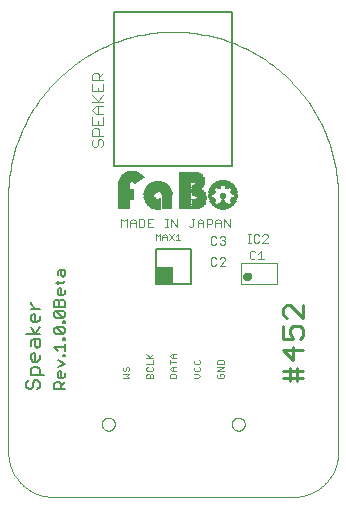
<source format=gto>
G75*
%MOIN*%
%OFA0B0*%
%FSLAX25Y25*%
%IPPOS*%
%LPD*%
%AMOC8*
5,1,8,0,0,1.08239X$1,22.5*
%
%ADD10C,0.00600*%
%ADD11C,0.00500*%
%ADD12C,0.00900*%
%ADD13C,0.00400*%
%ADD14C,0.00300*%
%ADD15C,0.00394*%
%ADD16C,0.01378*%
%ADD17C,0.00000*%
%ADD18R,0.05906X0.05906*%
%ADD19C,0.00200*%
%ADD20R,0.00892X0.00042*%
%ADD21R,0.00595X0.00042*%
%ADD22R,0.01572X0.00042*%
%ADD23R,0.01402X0.00042*%
%ADD24R,0.01912X0.00042*%
%ADD25R,0.01955X0.00042*%
%ADD26R,0.02083X0.00042*%
%ADD27R,0.02295X0.00042*%
%ADD28R,0.03782X0.00042*%
%ADD29R,0.02252X0.00042*%
%ADD30R,0.03485X0.00042*%
%ADD31R,0.02635X0.00042*%
%ADD32R,0.03825X0.00042*%
%ADD33R,0.02422X0.00042*%
%ADD34R,0.03527X0.00042*%
%ADD35R,0.01785X0.00042*%
%ADD36R,0.02932X0.00042*%
%ADD37R,0.02550X0.00042*%
%ADD38R,0.02082X0.00042*%
%ADD39R,0.03145X0.00042*%
%ADD40R,0.02677X0.00042*%
%ADD41R,0.03400X0.00042*%
%ADD42R,0.02763X0.00042*%
%ADD43R,0.02507X0.00042*%
%ADD44R,0.03612X0.00042*%
%ADD45R,0.02847X0.00042*%
%ADD46R,0.02975X0.00042*%
%ADD47R,0.03995X0.00042*%
%ADD48R,0.03060X0.00042*%
%ADD49R,0.02890X0.00042*%
%ADD50R,0.04207X0.00042*%
%ADD51R,0.03145X0.00042*%
%ADD52R,0.04377X0.00042*%
%ADD53R,0.03230X0.00042*%
%ADD54R,0.04547X0.00042*%
%ADD55R,0.03315X0.00042*%
%ADD56R,0.04717X0.00042*%
%ADD57R,0.03358X0.00042*%
%ADD58R,0.04845X0.00042*%
%ADD59R,0.03442X0.00042*%
%ADD60R,0.04972X0.00042*%
%ADD61R,0.05100X0.00042*%
%ADD62R,0.03570X0.00042*%
%ADD63R,0.05270X0.00042*%
%ADD64R,0.03655X0.00042*%
%ADD65R,0.05397X0.00042*%
%ADD66R,0.03697X0.00042*%
%ADD67R,0.03570X0.00042*%
%ADD68R,0.05525X0.00042*%
%ADD69R,0.03740X0.00042*%
%ADD70R,0.05610X0.00042*%
%ADD71R,0.05738X0.00042*%
%ADD72R,0.03867X0.00042*%
%ADD73R,0.05865X0.00042*%
%ADD74R,0.03952X0.00042*%
%ADD75R,0.05950X0.00042*%
%ADD76R,0.03995X0.00042*%
%ADD77R,0.06077X0.00042*%
%ADD78R,0.04038X0.00042*%
%ADD79R,0.03910X0.00042*%
%ADD80R,0.06205X0.00042*%
%ADD81R,0.04080X0.00042*%
%ADD82R,0.06290X0.00042*%
%ADD83R,0.04122X0.00042*%
%ADD84R,0.06375X0.00042*%
%ADD85R,0.04165X0.00042*%
%ADD86R,0.06460X0.00042*%
%ADD87R,0.04208X0.00042*%
%ADD88R,0.06588X0.00042*%
%ADD89R,0.04250X0.00042*%
%ADD90R,0.06672X0.00042*%
%ADD91R,0.04292X0.00042*%
%ADD92R,0.06757X0.00042*%
%ADD93R,0.04335X0.00042*%
%ADD94R,0.06842X0.00042*%
%ADD95R,0.06927X0.00042*%
%ADD96R,0.04420X0.00042*%
%ADD97R,0.07013X0.00042*%
%ADD98R,0.04462X0.00042*%
%ADD99R,0.07097X0.00042*%
%ADD100R,0.04505X0.00042*%
%ADD101R,0.07140X0.00042*%
%ADD102R,0.01360X0.00042*%
%ADD103R,0.04590X0.00042*%
%ADD104R,0.04633X0.00042*%
%ADD105R,0.04420X0.00042*%
%ADD106R,0.04675X0.00042*%
%ADD107R,0.01317X0.00042*%
%ADD108R,0.04760X0.00042*%
%ADD109R,0.04802X0.00042*%
%ADD110R,0.00510X0.00042*%
%ADD111R,0.02040X0.00042*%
%ADD112R,0.00552X0.00042*%
%ADD113R,0.00382X0.00042*%
%ADD114R,0.01275X0.00042*%
%ADD115R,0.04845X0.00042*%
%ADD116R,0.00255X0.00042*%
%ADD117R,0.04888X0.00042*%
%ADD118R,0.04632X0.00042*%
%ADD119R,0.00127X0.00042*%
%ADD120R,0.01870X0.00042*%
%ADD121R,0.00085X0.00042*%
%ADD122R,0.04930X0.00042*%
%ADD123R,0.01827X0.00042*%
%ADD124R,0.01232X0.00042*%
%ADD125R,0.01233X0.00042*%
%ADD126R,0.01742X0.00042*%
%ADD127R,0.05015X0.00042*%
%ADD128R,0.01700X0.00042*%
%ADD129R,0.01190X0.00042*%
%ADD130R,0.05058X0.00042*%
%ADD131R,0.01657X0.00042*%
%ADD132R,0.01615X0.00042*%
%ADD133R,0.05142X0.00042*%
%ADD134R,0.01530X0.00042*%
%ADD135R,0.01445X0.00042*%
%ADD136R,0.01487X0.00042*%
%ADD137R,0.01445X0.00042*%
%ADD138R,0.05185X0.00042*%
%ADD139R,0.05227X0.00042*%
%ADD140R,0.05270X0.00042*%
%ADD141R,0.05312X0.00042*%
%ADD142R,0.05355X0.00042*%
%ADD143R,0.01147X0.00042*%
%ADD144R,0.01997X0.00042*%
%ADD145R,0.01105X0.00042*%
%ADD146R,0.01063X0.00042*%
%ADD147R,0.01020X0.00042*%
%ADD148R,0.02125X0.00042*%
%ADD149R,0.05440X0.00042*%
%ADD150R,0.00977X0.00042*%
%ADD151R,0.00935X0.00042*%
%ADD152R,0.05483X0.00042*%
%ADD153R,0.00850X0.00042*%
%ADD154R,0.00807X0.00042*%
%ADD155R,0.05057X0.00042*%
%ADD156R,0.00765X0.00042*%
%ADD157R,0.00595X0.00042*%
%ADD158R,0.00425X0.00042*%
%ADD159R,0.03783X0.00042*%
%ADD160R,0.00722X0.00042*%
%ADD161R,0.00297X0.00042*%
%ADD162R,0.00680X0.00042*%
%ADD163R,0.00213X0.00042*%
%ADD164R,0.00042X0.00042*%
%ADD165R,0.02040X0.00042*%
%ADD166R,0.01190X0.00042*%
%ADD167R,0.03357X0.00042*%
%ADD168R,0.01870X0.00042*%
%ADD169R,0.02167X0.00042*%
%ADD170R,0.02210X0.00042*%
%ADD171R,0.00467X0.00042*%
%ADD172R,0.02253X0.00042*%
%ADD173R,0.02295X0.00042*%
%ADD174R,0.02337X0.00042*%
%ADD175R,0.09350X0.00042*%
%ADD176R,0.02380X0.00042*%
%ADD177R,0.09308X0.00042*%
%ADD178R,0.09265X0.00042*%
%ADD179R,0.09222X0.00042*%
%ADD180R,0.09137X0.00042*%
%ADD181R,0.09052X0.00042*%
%ADD182R,0.09010X0.00042*%
%ADD183R,0.01828X0.00042*%
%ADD184R,0.08967X0.00042*%
%ADD185R,0.08925X0.00042*%
%ADD186R,0.08840X0.00042*%
%ADD187R,0.08755X0.00042*%
%ADD188R,0.08670X0.00042*%
%ADD189R,0.01615X0.00042*%
%ADD190R,0.03102X0.00042*%
%ADD191R,0.08627X0.00042*%
%ADD192R,0.03188X0.00042*%
%ADD193R,0.08585X0.00042*%
%ADD194R,0.01658X0.00042*%
%ADD195R,0.08542X0.00042*%
%ADD196R,0.03272X0.00042*%
%ADD197R,0.08500X0.00042*%
%ADD198R,0.08457X0.00042*%
%ADD199R,0.08372X0.00042*%
%ADD200R,0.08288X0.00042*%
%ADD201R,0.01020X0.00042*%
%ADD202R,0.08202X0.00042*%
%ADD203R,0.08117X0.00042*%
%ADD204R,0.08075X0.00042*%
%ADD205R,0.08032X0.00042*%
%ADD206R,0.07947X0.00042*%
%ADD207R,0.07905X0.00042*%
%ADD208R,0.07820X0.00042*%
%ADD209R,0.07777X0.00042*%
%ADD210R,0.07735X0.00042*%
%ADD211R,0.07650X0.00042*%
%ADD212R,0.07565X0.00042*%
%ADD213R,0.03315X0.00042*%
%ADD214R,0.07480X0.00042*%
%ADD215R,0.07437X0.00042*%
%ADD216R,0.07353X0.00042*%
%ADD217R,0.07267X0.00042*%
%ADD218R,0.07183X0.00042*%
%ADD219R,0.03740X0.00042*%
%ADD220R,0.07055X0.00042*%
%ADD221R,0.06928X0.00042*%
%ADD222R,0.06758X0.00042*%
%ADD223R,0.03103X0.00042*%
%ADD224R,0.06503X0.00042*%
%ADD225R,0.06417X0.00042*%
%ADD226R,0.06333X0.00042*%
%ADD227R,0.06162X0.00042*%
%ADD228R,0.06078X0.00042*%
%ADD229R,0.05822X0.00042*%
%ADD230R,0.00170X0.00042*%
%ADD231R,0.00340X0.00042*%
%ADD232R,0.04378X0.00042*%
%ADD233R,0.03528X0.00042*%
%ADD234R,0.03953X0.00042*%
%ADD235R,0.06332X0.00042*%
%ADD236R,0.06502X0.00042*%
%ADD237R,0.06630X0.00042*%
%ADD238R,0.06715X0.00042*%
%ADD239R,0.06800X0.00042*%
%ADD240R,0.06970X0.00042*%
%ADD241R,0.07225X0.00042*%
%ADD242R,0.07310X0.00042*%
%ADD243R,0.07395X0.00042*%
%ADD244R,0.07522X0.00042*%
%ADD245R,0.08415X0.00042*%
%ADD246R,0.07608X0.00042*%
%ADD247R,0.07692X0.00042*%
%ADD248R,0.08330X0.00042*%
%ADD249R,0.08245X0.00042*%
%ADD250R,0.08160X0.00042*%
%ADD251R,0.06970X0.00042*%
%ADD252R,0.06885X0.00042*%
%ADD253R,0.07990X0.00042*%
%ADD254R,0.06545X0.00042*%
%ADD255R,0.07863X0.00042*%
%ADD256R,0.07820X0.00042*%
%ADD257R,0.06120X0.00042*%
%ADD258R,0.07607X0.00042*%
%ADD259R,0.05992X0.00042*%
%ADD260R,0.05780X0.00042*%
%ADD261R,0.05652X0.00042*%
%ADD262R,0.07352X0.00042*%
%ADD263R,0.05567X0.00042*%
%ADD264R,0.02465X0.00042*%
D10*
X0008416Y0039300D02*
X0009150Y0039300D01*
X0009884Y0040034D01*
X0009884Y0041502D01*
X0010618Y0042236D01*
X0011352Y0042236D01*
X0012086Y0041502D01*
X0012086Y0040034D01*
X0011352Y0039300D01*
X0008416Y0039300D02*
X0007682Y0040034D01*
X0007682Y0041502D01*
X0008416Y0042236D01*
X0009150Y0043904D02*
X0009150Y0046106D01*
X0009884Y0046840D01*
X0011352Y0046840D01*
X0012086Y0046106D01*
X0012086Y0043904D01*
X0013554Y0043904D02*
X0009150Y0043904D01*
X0009884Y0048508D02*
X0009150Y0049242D01*
X0009150Y0050710D01*
X0009884Y0051444D01*
X0010618Y0051444D01*
X0010618Y0048508D01*
X0011352Y0048508D02*
X0009884Y0048508D01*
X0011352Y0048508D02*
X0012086Y0049242D01*
X0012086Y0050710D01*
X0011352Y0053112D02*
X0010618Y0053846D01*
X0010618Y0056048D01*
X0009884Y0056048D02*
X0012086Y0056048D01*
X0012086Y0053846D01*
X0011352Y0053112D01*
X0009150Y0053846D02*
X0009150Y0055314D01*
X0009884Y0056048D01*
X0010618Y0057716D02*
X0009150Y0059918D01*
X0009884Y0061552D02*
X0009150Y0062286D01*
X0009150Y0063754D01*
X0009884Y0064488D01*
X0010618Y0064488D01*
X0010618Y0061552D01*
X0011352Y0061552D02*
X0009884Y0061552D01*
X0011352Y0061552D02*
X0012086Y0062286D01*
X0012086Y0063754D01*
X0012086Y0066156D02*
X0009150Y0066156D01*
X0010618Y0066156D02*
X0009150Y0067624D01*
X0009150Y0068358D01*
X0012086Y0059918D02*
X0010618Y0057716D01*
X0012086Y0057716D02*
X0007682Y0057716D01*
D11*
X0016881Y0058250D02*
X0017465Y0057666D01*
X0019800Y0057666D01*
X0017465Y0060001D01*
X0019800Y0060001D01*
X0020384Y0059417D01*
X0020384Y0058250D01*
X0019800Y0057666D01*
X0019800Y0056408D02*
X0020384Y0056408D01*
X0020384Y0055824D01*
X0019800Y0055824D01*
X0019800Y0056408D01*
X0020384Y0054476D02*
X0020384Y0052141D01*
X0020384Y0053309D02*
X0016881Y0053309D01*
X0018049Y0052141D01*
X0019800Y0050883D02*
X0020384Y0050883D01*
X0020384Y0050299D01*
X0019800Y0050299D01*
X0019800Y0050883D01*
X0018049Y0048952D02*
X0020384Y0047784D01*
X0018049Y0046616D01*
X0018632Y0045268D02*
X0019216Y0045268D01*
X0019216Y0042933D01*
X0019800Y0042933D02*
X0018632Y0042933D01*
X0018049Y0043517D01*
X0018049Y0044685D01*
X0018632Y0045268D01*
X0020384Y0044685D02*
X0020384Y0043517D01*
X0019800Y0042933D01*
X0020384Y0041585D02*
X0019216Y0040418D01*
X0019216Y0041001D02*
X0019216Y0039250D01*
X0020384Y0039250D02*
X0016881Y0039250D01*
X0016881Y0041001D01*
X0017465Y0041585D01*
X0018632Y0041585D01*
X0019216Y0041001D01*
X0016881Y0058250D02*
X0016881Y0059417D01*
X0017465Y0060001D01*
X0019800Y0061349D02*
X0019800Y0061933D01*
X0020384Y0061933D01*
X0020384Y0061349D01*
X0019800Y0061349D01*
X0019800Y0063190D02*
X0017465Y0063190D01*
X0016881Y0063774D01*
X0016881Y0064942D01*
X0017465Y0065526D01*
X0019800Y0063190D01*
X0020384Y0063774D01*
X0020384Y0064942D01*
X0019800Y0065526D01*
X0017465Y0065526D01*
X0016881Y0066874D02*
X0016881Y0068625D01*
X0017465Y0069209D01*
X0018049Y0069209D01*
X0018632Y0068625D01*
X0018632Y0066874D01*
X0018632Y0068625D02*
X0019216Y0069209D01*
X0019800Y0069209D01*
X0020384Y0068625D01*
X0020384Y0066874D01*
X0016881Y0066874D01*
X0018632Y0070557D02*
X0018049Y0071141D01*
X0018049Y0072308D01*
X0018632Y0072892D01*
X0019216Y0072892D01*
X0019216Y0070557D01*
X0019800Y0070557D02*
X0018632Y0070557D01*
X0019800Y0070557D02*
X0020384Y0071141D01*
X0020384Y0072308D01*
X0019800Y0074824D02*
X0020384Y0075408D01*
X0019800Y0074824D02*
X0017465Y0074824D01*
X0018049Y0074240D02*
X0018049Y0075408D01*
X0018049Y0077279D02*
X0018049Y0078447D01*
X0018632Y0079031D01*
X0020384Y0079031D01*
X0020384Y0077279D01*
X0019800Y0076695D01*
X0019216Y0077279D01*
X0019216Y0079031D01*
X0036933Y0113705D02*
X0076303Y0113705D01*
X0076303Y0164886D01*
X0036933Y0164886D01*
X0036933Y0113705D01*
X0050713Y0086146D02*
X0050713Y0074335D01*
X0062524Y0074335D01*
X0062524Y0086146D01*
X0050713Y0086146D01*
D12*
X0093321Y0066238D02*
X0093321Y0064003D01*
X0094439Y0062885D01*
X0093321Y0060357D02*
X0093321Y0055887D01*
X0096674Y0055887D01*
X0095557Y0058122D01*
X0095557Y0059240D01*
X0096674Y0060357D01*
X0098910Y0060357D01*
X0100027Y0059240D01*
X0100027Y0057005D01*
X0098910Y0055887D01*
X0096674Y0053360D02*
X0096674Y0048889D01*
X0093321Y0052242D01*
X0100027Y0052242D01*
X0097792Y0046362D02*
X0097792Y0041891D01*
X0095557Y0041891D02*
X0095557Y0045244D01*
X0095557Y0046362D01*
X0093321Y0045244D02*
X0100027Y0045244D01*
X0100027Y0043009D02*
X0093321Y0043009D01*
X0100027Y0062885D02*
X0095557Y0067355D01*
X0094439Y0067355D01*
X0093321Y0066238D01*
X0100027Y0067355D02*
X0100027Y0062885D01*
D13*
X0086856Y0082677D02*
X0084987Y0082677D01*
X0085922Y0082677D02*
X0085922Y0085480D01*
X0084987Y0084545D01*
X0083909Y0085012D02*
X0083442Y0085480D01*
X0082508Y0085480D01*
X0082041Y0085012D01*
X0082041Y0083144D01*
X0082508Y0082677D01*
X0083442Y0082677D01*
X0083909Y0083144D01*
X0083884Y0088137D02*
X0084818Y0088137D01*
X0085285Y0088604D01*
X0086363Y0088137D02*
X0088232Y0090005D01*
X0088232Y0090472D01*
X0087764Y0090939D01*
X0086830Y0090939D01*
X0086363Y0090472D01*
X0085285Y0090472D02*
X0084818Y0090939D01*
X0083884Y0090939D01*
X0083417Y0090472D01*
X0083417Y0088604D01*
X0083884Y0088137D01*
X0082387Y0088137D02*
X0081452Y0088137D01*
X0081919Y0088137D02*
X0081919Y0090939D01*
X0081452Y0090939D02*
X0082387Y0090939D01*
X0086363Y0088137D02*
X0088232Y0088137D01*
X0075464Y0093362D02*
X0075464Y0096165D01*
X0073596Y0096165D02*
X0075464Y0093362D01*
X0073596Y0093362D02*
X0073596Y0096165D01*
X0072518Y0095230D02*
X0072518Y0093362D01*
X0072518Y0094763D02*
X0070649Y0094763D01*
X0070649Y0095230D02*
X0071583Y0096165D01*
X0072518Y0095230D01*
X0070649Y0095230D02*
X0070649Y0093362D01*
X0069571Y0094763D02*
X0069104Y0094296D01*
X0067703Y0094296D01*
X0067703Y0093362D02*
X0067703Y0096165D01*
X0069104Y0096165D01*
X0069571Y0095698D01*
X0069571Y0094763D01*
X0066625Y0094763D02*
X0064756Y0094763D01*
X0064756Y0095230D02*
X0065690Y0096165D01*
X0066625Y0095230D01*
X0066625Y0093362D01*
X0064756Y0093362D02*
X0064756Y0095230D01*
X0063678Y0096165D02*
X0062744Y0096165D01*
X0063211Y0096165D02*
X0063211Y0093829D01*
X0062744Y0093362D01*
X0062277Y0093362D01*
X0061810Y0093829D01*
X0057785Y0093362D02*
X0057785Y0096165D01*
X0055917Y0096165D02*
X0057785Y0093362D01*
X0055917Y0093362D02*
X0055917Y0096165D01*
X0054887Y0096165D02*
X0053952Y0096165D01*
X0054419Y0096165D02*
X0054419Y0093362D01*
X0053952Y0093362D02*
X0054887Y0093362D01*
X0049928Y0093362D02*
X0048059Y0093362D01*
X0048059Y0096165D01*
X0049928Y0096165D01*
X0048994Y0094763D02*
X0048059Y0094763D01*
X0046981Y0093829D02*
X0046981Y0095698D01*
X0046514Y0096165D01*
X0045113Y0096165D01*
X0045113Y0093362D01*
X0046514Y0093362D01*
X0046981Y0093829D01*
X0044035Y0093362D02*
X0044035Y0095230D01*
X0043100Y0096165D01*
X0042166Y0095230D01*
X0042166Y0093362D01*
X0041088Y0093362D02*
X0041088Y0096165D01*
X0040154Y0095230D01*
X0039220Y0096165D01*
X0039220Y0093362D01*
X0042166Y0094763D02*
X0044035Y0094763D01*
X0069127Y0089878D02*
X0069127Y0088010D01*
X0069595Y0087543D01*
X0070529Y0087543D01*
X0070996Y0088010D01*
X0072074Y0088010D02*
X0072541Y0087543D01*
X0073475Y0087543D01*
X0073942Y0088010D01*
X0073942Y0088477D01*
X0073475Y0088944D01*
X0073008Y0088944D01*
X0073475Y0088944D02*
X0073942Y0089411D01*
X0073942Y0089878D01*
X0073475Y0090345D01*
X0072541Y0090345D01*
X0072074Y0089878D01*
X0070996Y0089878D02*
X0070529Y0090345D01*
X0069595Y0090345D01*
X0069127Y0089878D01*
X0069555Y0083258D02*
X0069088Y0082791D01*
X0069088Y0080923D01*
X0069555Y0080456D01*
X0070489Y0080456D01*
X0070956Y0080923D01*
X0072035Y0080456D02*
X0073903Y0082324D01*
X0073903Y0082791D01*
X0073436Y0083258D01*
X0072502Y0083258D01*
X0072035Y0082791D01*
X0070956Y0082791D02*
X0070489Y0083258D01*
X0069555Y0083258D01*
X0072035Y0080456D02*
X0073903Y0080456D01*
D14*
X0057668Y0051177D02*
X0056267Y0051177D01*
X0055566Y0050476D01*
X0056267Y0049776D01*
X0057668Y0049776D01*
X0056617Y0049776D02*
X0056617Y0051177D01*
X0055566Y0048967D02*
X0055566Y0047566D01*
X0055566Y0048266D02*
X0057668Y0048266D01*
X0057668Y0046757D02*
X0056267Y0046757D01*
X0055566Y0046057D01*
X0056267Y0045356D01*
X0057668Y0045356D01*
X0057318Y0044547D02*
X0055917Y0044547D01*
X0055566Y0044197D01*
X0055566Y0043146D01*
X0057668Y0043146D01*
X0057668Y0044197D01*
X0057318Y0044547D01*
X0056617Y0045356D02*
X0056617Y0046757D01*
X0049794Y0046407D02*
X0049444Y0046757D01*
X0049794Y0046407D02*
X0049794Y0045706D01*
X0049444Y0045356D01*
X0048043Y0045356D01*
X0047692Y0045706D01*
X0047692Y0046407D01*
X0048043Y0046757D01*
X0047692Y0047566D02*
X0049794Y0047566D01*
X0049794Y0048967D01*
X0049794Y0049776D02*
X0047692Y0049776D01*
X0048743Y0050126D02*
X0049794Y0051177D01*
X0049094Y0049776D02*
X0047692Y0051177D01*
X0048043Y0044547D02*
X0047692Y0044197D01*
X0047692Y0043146D01*
X0049794Y0043146D01*
X0049794Y0044197D01*
X0049444Y0044547D01*
X0049094Y0044547D01*
X0048743Y0044197D01*
X0048743Y0043146D01*
X0048743Y0044197D02*
X0048393Y0044547D01*
X0048043Y0044547D01*
X0041920Y0044547D02*
X0039818Y0044547D01*
X0040169Y0045356D02*
X0039818Y0045706D01*
X0039818Y0046407D01*
X0040169Y0046757D01*
X0040869Y0046407D02*
X0041219Y0046757D01*
X0041570Y0046757D01*
X0041920Y0046407D01*
X0041920Y0045706D01*
X0041570Y0045356D01*
X0040869Y0045706D02*
X0040869Y0046407D01*
X0040869Y0045706D02*
X0040519Y0045356D01*
X0040169Y0045356D01*
X0041219Y0043847D02*
X0041920Y0044547D01*
X0041219Y0043847D02*
X0041920Y0043146D01*
X0039818Y0043146D01*
X0063440Y0043146D02*
X0064842Y0043146D01*
X0065542Y0043847D01*
X0064842Y0044547D01*
X0063440Y0044547D01*
X0063791Y0045356D02*
X0065192Y0045356D01*
X0065542Y0045706D01*
X0065542Y0046407D01*
X0065192Y0046757D01*
X0065192Y0047566D02*
X0065542Y0047916D01*
X0065542Y0048617D01*
X0065192Y0048967D01*
X0065192Y0047566D02*
X0063791Y0047566D01*
X0063440Y0047916D01*
X0063440Y0048617D01*
X0063791Y0048967D01*
X0063791Y0046757D02*
X0063440Y0046407D01*
X0063440Y0045706D01*
X0063791Y0045356D01*
X0071314Y0045356D02*
X0073416Y0046757D01*
X0071314Y0046757D01*
X0071314Y0047566D02*
X0071314Y0048617D01*
X0071665Y0048967D01*
X0073066Y0048967D01*
X0073416Y0048617D01*
X0073416Y0047566D01*
X0071314Y0047566D01*
X0071314Y0045356D02*
X0073416Y0045356D01*
X0073066Y0044547D02*
X0072365Y0044547D01*
X0072365Y0043847D01*
X0071665Y0044547D02*
X0071314Y0044197D01*
X0071314Y0043496D01*
X0071665Y0043146D01*
X0073066Y0043146D01*
X0073416Y0043496D01*
X0073416Y0044197D01*
X0073066Y0044547D01*
X0032623Y0120154D02*
X0033240Y0120771D01*
X0033240Y0122006D01*
X0032623Y0122623D01*
X0032005Y0122623D01*
X0031388Y0122006D01*
X0031388Y0120771D01*
X0030771Y0120154D01*
X0030154Y0120154D01*
X0029537Y0120771D01*
X0029537Y0122006D01*
X0030154Y0122623D01*
X0029537Y0123837D02*
X0029537Y0125689D01*
X0030154Y0126306D01*
X0031388Y0126306D01*
X0032005Y0125689D01*
X0032005Y0123837D01*
X0033240Y0123837D02*
X0029537Y0123837D01*
X0029537Y0127520D02*
X0033240Y0127520D01*
X0033240Y0129989D01*
X0033240Y0131203D02*
X0030771Y0131203D01*
X0029537Y0132438D01*
X0030771Y0133672D01*
X0033240Y0133672D01*
X0033240Y0134887D02*
X0029537Y0134887D01*
X0031388Y0135504D02*
X0033240Y0137355D01*
X0033240Y0138570D02*
X0033240Y0141038D01*
X0033240Y0142253D02*
X0029537Y0142253D01*
X0029537Y0144104D01*
X0030154Y0144722D01*
X0031388Y0144722D01*
X0032005Y0144104D01*
X0032005Y0142253D01*
X0032005Y0143487D02*
X0033240Y0144722D01*
X0029537Y0141038D02*
X0029537Y0138570D01*
X0033240Y0138570D01*
X0031388Y0138570D02*
X0031388Y0139804D01*
X0029537Y0137355D02*
X0032005Y0134887D01*
X0031388Y0133672D02*
X0031388Y0131203D01*
X0029537Y0129989D02*
X0029537Y0127520D01*
X0031388Y0127520D02*
X0031388Y0128755D01*
D15*
X0079177Y0081382D02*
X0079177Y0074492D01*
X0091185Y0074492D01*
X0091185Y0081382D01*
X0079177Y0081382D01*
D16*
X0080654Y0076756D02*
X0080656Y0076812D01*
X0080662Y0076867D01*
X0080672Y0076921D01*
X0080685Y0076975D01*
X0080703Y0077028D01*
X0080724Y0077079D01*
X0080748Y0077129D01*
X0080776Y0077177D01*
X0080808Y0077223D01*
X0080842Y0077267D01*
X0080880Y0077308D01*
X0080920Y0077346D01*
X0080963Y0077381D01*
X0081008Y0077413D01*
X0081056Y0077442D01*
X0081105Y0077468D01*
X0081156Y0077490D01*
X0081208Y0077508D01*
X0081262Y0077522D01*
X0081317Y0077533D01*
X0081372Y0077540D01*
X0081427Y0077543D01*
X0081483Y0077542D01*
X0081538Y0077537D01*
X0081593Y0077528D01*
X0081647Y0077516D01*
X0081700Y0077499D01*
X0081752Y0077479D01*
X0081802Y0077455D01*
X0081850Y0077428D01*
X0081897Y0077398D01*
X0081941Y0077364D01*
X0081983Y0077327D01*
X0082021Y0077287D01*
X0082058Y0077245D01*
X0082091Y0077200D01*
X0082120Y0077154D01*
X0082147Y0077105D01*
X0082169Y0077054D01*
X0082189Y0077002D01*
X0082204Y0076948D01*
X0082216Y0076894D01*
X0082224Y0076839D01*
X0082228Y0076784D01*
X0082228Y0076728D01*
X0082224Y0076673D01*
X0082216Y0076618D01*
X0082204Y0076564D01*
X0082189Y0076510D01*
X0082169Y0076458D01*
X0082147Y0076407D01*
X0082120Y0076358D01*
X0082091Y0076312D01*
X0082058Y0076267D01*
X0082021Y0076225D01*
X0081983Y0076185D01*
X0081941Y0076148D01*
X0081897Y0076114D01*
X0081850Y0076084D01*
X0081802Y0076057D01*
X0081752Y0076033D01*
X0081700Y0076013D01*
X0081647Y0075996D01*
X0081593Y0075984D01*
X0081538Y0075975D01*
X0081483Y0075970D01*
X0081427Y0075969D01*
X0081372Y0075972D01*
X0081317Y0075979D01*
X0081262Y0075990D01*
X0081208Y0076004D01*
X0081156Y0076022D01*
X0081105Y0076044D01*
X0081056Y0076070D01*
X0081008Y0076099D01*
X0080963Y0076131D01*
X0080920Y0076166D01*
X0080880Y0076204D01*
X0080842Y0076245D01*
X0080808Y0076289D01*
X0080776Y0076335D01*
X0080748Y0076383D01*
X0080724Y0076433D01*
X0080703Y0076484D01*
X0080685Y0076537D01*
X0080672Y0076591D01*
X0080662Y0076645D01*
X0080656Y0076700D01*
X0080654Y0076756D01*
D17*
X0001618Y0103429D02*
X0001618Y0018429D01*
X0001622Y0018067D01*
X0001636Y0017704D01*
X0001657Y0017342D01*
X0001688Y0016981D01*
X0001727Y0016621D01*
X0001775Y0016262D01*
X0001832Y0015904D01*
X0001897Y0015547D01*
X0001971Y0015192D01*
X0002054Y0014839D01*
X0002145Y0014488D01*
X0002244Y0014140D01*
X0002352Y0013794D01*
X0002468Y0013450D01*
X0002593Y0013110D01*
X0002725Y0012773D01*
X0002866Y0012439D01*
X0003015Y0012108D01*
X0003172Y0011781D01*
X0003336Y0011458D01*
X0003508Y0011139D01*
X0003688Y0010825D01*
X0003876Y0010514D01*
X0004071Y0010209D01*
X0004273Y0009908D01*
X0004483Y0009612D01*
X0004699Y0009322D01*
X0004923Y0009036D01*
X0005153Y0008756D01*
X0005390Y0008482D01*
X0005634Y0008214D01*
X0005884Y0007951D01*
X0006140Y0007695D01*
X0006403Y0007445D01*
X0006671Y0007201D01*
X0006945Y0006964D01*
X0007225Y0006734D01*
X0007511Y0006510D01*
X0007801Y0006294D01*
X0008097Y0006084D01*
X0008398Y0005882D01*
X0008703Y0005687D01*
X0009014Y0005499D01*
X0009328Y0005319D01*
X0009647Y0005147D01*
X0009970Y0004983D01*
X0010297Y0004826D01*
X0010628Y0004677D01*
X0010962Y0004536D01*
X0011299Y0004404D01*
X0011639Y0004279D01*
X0011983Y0004163D01*
X0012329Y0004055D01*
X0012677Y0003956D01*
X0013028Y0003865D01*
X0013381Y0003782D01*
X0013736Y0003708D01*
X0014093Y0003643D01*
X0014451Y0003586D01*
X0014810Y0003538D01*
X0015170Y0003499D01*
X0015531Y0003468D01*
X0015893Y0003447D01*
X0016256Y0003433D01*
X0016618Y0003429D01*
X0096618Y0003429D01*
X0096980Y0003433D01*
X0097343Y0003447D01*
X0097705Y0003468D01*
X0098066Y0003499D01*
X0098426Y0003538D01*
X0098785Y0003586D01*
X0099143Y0003643D01*
X0099500Y0003708D01*
X0099855Y0003782D01*
X0100208Y0003865D01*
X0100559Y0003956D01*
X0100907Y0004055D01*
X0101253Y0004163D01*
X0101597Y0004279D01*
X0101937Y0004404D01*
X0102274Y0004536D01*
X0102608Y0004677D01*
X0102939Y0004826D01*
X0103266Y0004983D01*
X0103589Y0005147D01*
X0103908Y0005319D01*
X0104222Y0005499D01*
X0104533Y0005687D01*
X0104838Y0005882D01*
X0105139Y0006084D01*
X0105435Y0006294D01*
X0105725Y0006510D01*
X0106011Y0006734D01*
X0106291Y0006964D01*
X0106565Y0007201D01*
X0106833Y0007445D01*
X0107096Y0007695D01*
X0107352Y0007951D01*
X0107602Y0008214D01*
X0107846Y0008482D01*
X0108083Y0008756D01*
X0108313Y0009036D01*
X0108537Y0009322D01*
X0108753Y0009612D01*
X0108963Y0009908D01*
X0109165Y0010209D01*
X0109360Y0010514D01*
X0109548Y0010825D01*
X0109728Y0011139D01*
X0109900Y0011458D01*
X0110064Y0011781D01*
X0110221Y0012108D01*
X0110370Y0012439D01*
X0110511Y0012773D01*
X0110643Y0013110D01*
X0110768Y0013450D01*
X0110884Y0013794D01*
X0110992Y0014140D01*
X0111091Y0014488D01*
X0111182Y0014839D01*
X0111265Y0015192D01*
X0111339Y0015547D01*
X0111404Y0015904D01*
X0111461Y0016262D01*
X0111509Y0016621D01*
X0111548Y0016981D01*
X0111579Y0017342D01*
X0111600Y0017704D01*
X0111614Y0018067D01*
X0111618Y0018429D01*
X0111618Y0103429D01*
X0076107Y0027661D02*
X0076109Y0027754D01*
X0076115Y0027846D01*
X0076125Y0027938D01*
X0076139Y0028029D01*
X0076156Y0028120D01*
X0076178Y0028210D01*
X0076203Y0028299D01*
X0076232Y0028387D01*
X0076265Y0028473D01*
X0076302Y0028558D01*
X0076342Y0028642D01*
X0076386Y0028723D01*
X0076433Y0028803D01*
X0076483Y0028881D01*
X0076537Y0028956D01*
X0076594Y0029029D01*
X0076654Y0029099D01*
X0076717Y0029167D01*
X0076783Y0029232D01*
X0076851Y0029294D01*
X0076922Y0029354D01*
X0076996Y0029410D01*
X0077072Y0029463D01*
X0077150Y0029512D01*
X0077230Y0029559D01*
X0077312Y0029601D01*
X0077396Y0029641D01*
X0077481Y0029676D01*
X0077568Y0029708D01*
X0077656Y0029737D01*
X0077745Y0029761D01*
X0077835Y0029782D01*
X0077926Y0029798D01*
X0078018Y0029811D01*
X0078110Y0029820D01*
X0078203Y0029825D01*
X0078295Y0029826D01*
X0078388Y0029823D01*
X0078480Y0029816D01*
X0078572Y0029805D01*
X0078663Y0029790D01*
X0078754Y0029772D01*
X0078844Y0029749D01*
X0078932Y0029723D01*
X0079020Y0029693D01*
X0079106Y0029659D01*
X0079190Y0029622D01*
X0079273Y0029580D01*
X0079354Y0029536D01*
X0079434Y0029488D01*
X0079511Y0029437D01*
X0079585Y0029382D01*
X0079658Y0029324D01*
X0079728Y0029264D01*
X0079795Y0029200D01*
X0079859Y0029134D01*
X0079921Y0029064D01*
X0079979Y0028993D01*
X0080034Y0028919D01*
X0080086Y0028842D01*
X0080135Y0028763D01*
X0080181Y0028683D01*
X0080223Y0028600D01*
X0080261Y0028516D01*
X0080296Y0028430D01*
X0080327Y0028343D01*
X0080354Y0028255D01*
X0080377Y0028165D01*
X0080397Y0028075D01*
X0080413Y0027984D01*
X0080425Y0027892D01*
X0080433Y0027800D01*
X0080437Y0027707D01*
X0080437Y0027615D01*
X0080433Y0027522D01*
X0080425Y0027430D01*
X0080413Y0027338D01*
X0080397Y0027247D01*
X0080377Y0027157D01*
X0080354Y0027067D01*
X0080327Y0026979D01*
X0080296Y0026892D01*
X0080261Y0026806D01*
X0080223Y0026722D01*
X0080181Y0026639D01*
X0080135Y0026559D01*
X0080086Y0026480D01*
X0080034Y0026403D01*
X0079979Y0026329D01*
X0079921Y0026258D01*
X0079859Y0026188D01*
X0079795Y0026122D01*
X0079728Y0026058D01*
X0079658Y0025998D01*
X0079585Y0025940D01*
X0079511Y0025885D01*
X0079434Y0025834D01*
X0079355Y0025786D01*
X0079273Y0025742D01*
X0079190Y0025700D01*
X0079106Y0025663D01*
X0079020Y0025629D01*
X0078932Y0025599D01*
X0078844Y0025573D01*
X0078754Y0025550D01*
X0078663Y0025532D01*
X0078572Y0025517D01*
X0078480Y0025506D01*
X0078388Y0025499D01*
X0078295Y0025496D01*
X0078203Y0025497D01*
X0078110Y0025502D01*
X0078018Y0025511D01*
X0077926Y0025524D01*
X0077835Y0025540D01*
X0077745Y0025561D01*
X0077656Y0025585D01*
X0077568Y0025614D01*
X0077481Y0025646D01*
X0077396Y0025681D01*
X0077312Y0025721D01*
X0077230Y0025763D01*
X0077150Y0025810D01*
X0077072Y0025859D01*
X0076996Y0025912D01*
X0076922Y0025968D01*
X0076851Y0026028D01*
X0076783Y0026090D01*
X0076717Y0026155D01*
X0076654Y0026223D01*
X0076594Y0026293D01*
X0076537Y0026366D01*
X0076483Y0026441D01*
X0076433Y0026519D01*
X0076386Y0026599D01*
X0076342Y0026680D01*
X0076302Y0026764D01*
X0076265Y0026849D01*
X0076232Y0026935D01*
X0076203Y0027023D01*
X0076178Y0027112D01*
X0076156Y0027202D01*
X0076139Y0027293D01*
X0076125Y0027384D01*
X0076115Y0027476D01*
X0076109Y0027568D01*
X0076107Y0027661D01*
X0032800Y0027661D02*
X0032802Y0027754D01*
X0032808Y0027846D01*
X0032818Y0027938D01*
X0032832Y0028029D01*
X0032849Y0028120D01*
X0032871Y0028210D01*
X0032896Y0028299D01*
X0032925Y0028387D01*
X0032958Y0028473D01*
X0032995Y0028558D01*
X0033035Y0028642D01*
X0033079Y0028723D01*
X0033126Y0028803D01*
X0033176Y0028881D01*
X0033230Y0028956D01*
X0033287Y0029029D01*
X0033347Y0029099D01*
X0033410Y0029167D01*
X0033476Y0029232D01*
X0033544Y0029294D01*
X0033615Y0029354D01*
X0033689Y0029410D01*
X0033765Y0029463D01*
X0033843Y0029512D01*
X0033923Y0029559D01*
X0034005Y0029601D01*
X0034089Y0029641D01*
X0034174Y0029676D01*
X0034261Y0029708D01*
X0034349Y0029737D01*
X0034438Y0029761D01*
X0034528Y0029782D01*
X0034619Y0029798D01*
X0034711Y0029811D01*
X0034803Y0029820D01*
X0034896Y0029825D01*
X0034988Y0029826D01*
X0035081Y0029823D01*
X0035173Y0029816D01*
X0035265Y0029805D01*
X0035356Y0029790D01*
X0035447Y0029772D01*
X0035537Y0029749D01*
X0035625Y0029723D01*
X0035713Y0029693D01*
X0035799Y0029659D01*
X0035883Y0029622D01*
X0035966Y0029580D01*
X0036047Y0029536D01*
X0036127Y0029488D01*
X0036204Y0029437D01*
X0036278Y0029382D01*
X0036351Y0029324D01*
X0036421Y0029264D01*
X0036488Y0029200D01*
X0036552Y0029134D01*
X0036614Y0029064D01*
X0036672Y0028993D01*
X0036727Y0028919D01*
X0036779Y0028842D01*
X0036828Y0028763D01*
X0036874Y0028683D01*
X0036916Y0028600D01*
X0036954Y0028516D01*
X0036989Y0028430D01*
X0037020Y0028343D01*
X0037047Y0028255D01*
X0037070Y0028165D01*
X0037090Y0028075D01*
X0037106Y0027984D01*
X0037118Y0027892D01*
X0037126Y0027800D01*
X0037130Y0027707D01*
X0037130Y0027615D01*
X0037126Y0027522D01*
X0037118Y0027430D01*
X0037106Y0027338D01*
X0037090Y0027247D01*
X0037070Y0027157D01*
X0037047Y0027067D01*
X0037020Y0026979D01*
X0036989Y0026892D01*
X0036954Y0026806D01*
X0036916Y0026722D01*
X0036874Y0026639D01*
X0036828Y0026559D01*
X0036779Y0026480D01*
X0036727Y0026403D01*
X0036672Y0026329D01*
X0036614Y0026258D01*
X0036552Y0026188D01*
X0036488Y0026122D01*
X0036421Y0026058D01*
X0036351Y0025998D01*
X0036278Y0025940D01*
X0036204Y0025885D01*
X0036127Y0025834D01*
X0036048Y0025786D01*
X0035966Y0025742D01*
X0035883Y0025700D01*
X0035799Y0025663D01*
X0035713Y0025629D01*
X0035625Y0025599D01*
X0035537Y0025573D01*
X0035447Y0025550D01*
X0035356Y0025532D01*
X0035265Y0025517D01*
X0035173Y0025506D01*
X0035081Y0025499D01*
X0034988Y0025496D01*
X0034896Y0025497D01*
X0034803Y0025502D01*
X0034711Y0025511D01*
X0034619Y0025524D01*
X0034528Y0025540D01*
X0034438Y0025561D01*
X0034349Y0025585D01*
X0034261Y0025614D01*
X0034174Y0025646D01*
X0034089Y0025681D01*
X0034005Y0025721D01*
X0033923Y0025763D01*
X0033843Y0025810D01*
X0033765Y0025859D01*
X0033689Y0025912D01*
X0033615Y0025968D01*
X0033544Y0026028D01*
X0033476Y0026090D01*
X0033410Y0026155D01*
X0033347Y0026223D01*
X0033287Y0026293D01*
X0033230Y0026366D01*
X0033176Y0026441D01*
X0033126Y0026519D01*
X0033079Y0026599D01*
X0033035Y0026680D01*
X0032995Y0026764D01*
X0032958Y0026849D01*
X0032925Y0026935D01*
X0032896Y0027023D01*
X0032871Y0027112D01*
X0032849Y0027202D01*
X0032832Y0027293D01*
X0032818Y0027384D01*
X0032808Y0027476D01*
X0032802Y0027568D01*
X0032800Y0027661D01*
X0001618Y0103429D02*
X0001634Y0104768D01*
X0001683Y0106107D01*
X0001765Y0107444D01*
X0001879Y0108778D01*
X0002025Y0110110D01*
X0002204Y0111437D01*
X0002415Y0112760D01*
X0002659Y0114077D01*
X0002934Y0115388D01*
X0003241Y0116691D01*
X0003580Y0117987D01*
X0003950Y0119274D01*
X0004351Y0120552D01*
X0004784Y0121820D01*
X0005247Y0123077D01*
X0005741Y0124322D01*
X0006265Y0125555D01*
X0006818Y0126774D01*
X0007402Y0127980D01*
X0008014Y0129171D01*
X0008655Y0130347D01*
X0009325Y0131507D01*
X0010023Y0132650D01*
X0010748Y0133776D01*
X0011501Y0134884D01*
X0012280Y0135974D01*
X0013086Y0137044D01*
X0013917Y0138094D01*
X0014774Y0139123D01*
X0015656Y0140132D01*
X0016561Y0141118D01*
X0017491Y0142082D01*
X0018444Y0143024D01*
X0019419Y0143942D01*
X0020417Y0144835D01*
X0021436Y0145705D01*
X0022476Y0146549D01*
X0023536Y0147367D01*
X0024616Y0148160D01*
X0025714Y0148926D01*
X0026832Y0149665D01*
X0027966Y0150377D01*
X0029118Y0151060D01*
X0030286Y0151716D01*
X0031470Y0152343D01*
X0032668Y0152941D01*
X0033881Y0153509D01*
X0035107Y0154048D01*
X0036346Y0154557D01*
X0037597Y0155035D01*
X0038860Y0155483D01*
X0040132Y0155900D01*
X0041415Y0156286D01*
X0042707Y0156641D01*
X0044007Y0156964D01*
X0045314Y0157255D01*
X0046628Y0157514D01*
X0047948Y0157741D01*
X0049273Y0157936D01*
X0050603Y0158099D01*
X0051936Y0158229D01*
X0053271Y0158327D01*
X0054609Y0158392D01*
X0055948Y0158425D01*
X0057288Y0158425D01*
X0058627Y0158392D01*
X0059965Y0158327D01*
X0061300Y0158229D01*
X0062633Y0158099D01*
X0063963Y0157936D01*
X0065288Y0157741D01*
X0066608Y0157514D01*
X0067922Y0157255D01*
X0069229Y0156964D01*
X0070529Y0156641D01*
X0071821Y0156286D01*
X0073104Y0155900D01*
X0074376Y0155483D01*
X0075639Y0155035D01*
X0076890Y0154557D01*
X0078129Y0154048D01*
X0079355Y0153509D01*
X0080568Y0152941D01*
X0081766Y0152343D01*
X0082950Y0151716D01*
X0084118Y0151060D01*
X0085270Y0150377D01*
X0086404Y0149665D01*
X0087522Y0148926D01*
X0088620Y0148160D01*
X0089700Y0147367D01*
X0090760Y0146549D01*
X0091800Y0145705D01*
X0092819Y0144835D01*
X0093817Y0143942D01*
X0094792Y0143024D01*
X0095745Y0142082D01*
X0096675Y0141118D01*
X0097580Y0140132D01*
X0098462Y0139123D01*
X0099319Y0138094D01*
X0100150Y0137044D01*
X0100956Y0135974D01*
X0101735Y0134884D01*
X0102488Y0133776D01*
X0103213Y0132650D01*
X0103911Y0131507D01*
X0104581Y0130347D01*
X0105222Y0129171D01*
X0105834Y0127980D01*
X0106418Y0126774D01*
X0106971Y0125555D01*
X0107495Y0124322D01*
X0107989Y0123077D01*
X0108452Y0121820D01*
X0108885Y0120552D01*
X0109286Y0119274D01*
X0109656Y0117987D01*
X0109995Y0116691D01*
X0110302Y0115388D01*
X0110577Y0114077D01*
X0110821Y0112760D01*
X0111032Y0111437D01*
X0111211Y0110110D01*
X0111357Y0108778D01*
X0111471Y0107444D01*
X0111553Y0106107D01*
X0111602Y0104768D01*
X0111618Y0103429D01*
D18*
X0053469Y0077209D03*
D19*
X0053022Y0089002D02*
X0053022Y0090469D01*
X0053756Y0091203D01*
X0054490Y0090469D01*
X0054490Y0089002D01*
X0055232Y0089002D02*
X0056700Y0091203D01*
X0057442Y0090469D02*
X0058176Y0091203D01*
X0058176Y0089002D01*
X0057442Y0089002D02*
X0058910Y0089002D01*
X0056700Y0089002D02*
X0055232Y0091203D01*
X0054490Y0090103D02*
X0053022Y0090103D01*
X0052281Y0091203D02*
X0052281Y0089002D01*
X0050813Y0089002D02*
X0050813Y0091203D01*
X0051547Y0090469D01*
X0052281Y0091203D01*
D20*
X0051553Y0099063D03*
X0043010Y0111770D03*
X0063283Y0099233D03*
X0073185Y0102293D03*
X0073185Y0104375D03*
D21*
X0071932Y0106075D03*
X0074482Y0106075D03*
X0073207Y0099063D03*
D22*
X0073185Y0101485D03*
X0073185Y0104078D03*
X0069488Y0105693D03*
X0069530Y0105820D03*
X0069233Y0102930D03*
X0076713Y0101698D03*
X0076713Y0101655D03*
X0076883Y0105778D03*
X0051553Y0099105D03*
X0043945Y0108285D03*
D23*
X0069063Y0104120D03*
X0069658Y0101528D03*
X0073185Y0101698D03*
X0073185Y0099105D03*
X0076713Y0101528D03*
X0077350Y0104120D03*
X0073185Y0108710D03*
X0071825Y0106415D03*
D24*
X0069530Y0105395D03*
X0069700Y0101953D03*
X0073185Y0101060D03*
X0051468Y0099148D03*
D25*
X0069722Y0101995D03*
X0069552Y0105353D03*
X0073207Y0108668D03*
X0076862Y0105395D03*
X0076862Y0105353D03*
X0076692Y0101995D03*
X0073207Y0101018D03*
X0073207Y0099148D03*
D26*
X0076670Y0102080D03*
X0076670Y0102123D03*
X0076670Y0102165D03*
X0076755Y0102378D03*
X0076840Y0102590D03*
X0076840Y0102633D03*
X0076840Y0102675D03*
X0076883Y0102760D03*
X0076840Y0105225D03*
X0069403Y0104248D03*
X0069530Y0102718D03*
X0069530Y0102675D03*
X0069615Y0102463D03*
X0069658Y0102335D03*
X0069743Y0102123D03*
X0051383Y0099190D03*
X0043053Y0111685D03*
D27*
X0063942Y0099360D03*
X0073207Y0099190D03*
X0076819Y0104673D03*
X0076819Y0104715D03*
X0073207Y0108625D03*
D28*
X0073185Y0100805D03*
X0064685Y0105395D03*
X0064685Y0106543D03*
X0060435Y0106543D03*
X0060435Y0106585D03*
X0060435Y0106628D03*
X0060435Y0106670D03*
X0060435Y0106713D03*
X0060435Y0106755D03*
X0060435Y0106798D03*
X0060435Y0106840D03*
X0060435Y0106883D03*
X0060435Y0106925D03*
X0060435Y0106968D03*
X0060435Y0107010D03*
X0060435Y0107053D03*
X0060435Y0107095D03*
X0060435Y0107138D03*
X0060435Y0107180D03*
X0060435Y0107223D03*
X0060435Y0107265D03*
X0060435Y0107308D03*
X0060435Y0107350D03*
X0060435Y0107393D03*
X0060435Y0107435D03*
X0060435Y0107478D03*
X0060435Y0107520D03*
X0060435Y0107563D03*
X0060435Y0107605D03*
X0060435Y0107648D03*
X0060435Y0107690D03*
X0060435Y0107733D03*
X0060435Y0107775D03*
X0060435Y0107818D03*
X0060435Y0107860D03*
X0060435Y0107903D03*
X0060435Y0107945D03*
X0060435Y0107988D03*
X0060435Y0108030D03*
X0060435Y0108073D03*
X0060435Y0108115D03*
X0060435Y0106500D03*
X0060435Y0106458D03*
X0060435Y0106415D03*
X0060435Y0106373D03*
X0060435Y0106330D03*
X0060435Y0106288D03*
X0060435Y0106245D03*
X0060435Y0106203D03*
X0060435Y0106160D03*
X0060435Y0106118D03*
X0060435Y0106075D03*
X0060435Y0106033D03*
X0060435Y0105990D03*
X0060435Y0105948D03*
X0060435Y0105905D03*
X0060435Y0105863D03*
X0060435Y0105820D03*
X0060435Y0105778D03*
X0060435Y0105735D03*
X0060435Y0105693D03*
X0060435Y0105650D03*
X0060435Y0105608D03*
X0060435Y0105565D03*
X0060435Y0105523D03*
X0060435Y0105480D03*
X0060435Y0105438D03*
X0060435Y0105395D03*
X0060435Y0105353D03*
X0060435Y0105310D03*
X0060435Y0105268D03*
X0060435Y0105225D03*
X0060435Y0105183D03*
X0060435Y0105140D03*
X0060435Y0105098D03*
X0060435Y0105055D03*
X0060435Y0105013D03*
X0060435Y0104970D03*
X0060435Y0104928D03*
X0060435Y0104885D03*
X0060435Y0104843D03*
X0060435Y0104800D03*
X0060435Y0104758D03*
X0060435Y0104715D03*
X0060435Y0104673D03*
X0060435Y0104630D03*
X0060435Y0104588D03*
X0060435Y0104545D03*
X0060435Y0104503D03*
X0060435Y0104460D03*
X0060435Y0104418D03*
X0060435Y0104375D03*
X0060435Y0104333D03*
X0060435Y0104290D03*
X0060435Y0104248D03*
X0060435Y0104205D03*
X0060435Y0104163D03*
X0060435Y0104120D03*
X0060435Y0104078D03*
X0060435Y0104035D03*
X0060435Y0103993D03*
X0060435Y0103950D03*
X0060435Y0103908D03*
X0060435Y0103865D03*
X0060435Y0103823D03*
X0060435Y0103780D03*
X0060435Y0103738D03*
X0060435Y0103695D03*
X0060435Y0103653D03*
X0060435Y0103610D03*
X0060435Y0103568D03*
X0060435Y0103525D03*
X0060435Y0103483D03*
X0060435Y0103440D03*
X0060435Y0103398D03*
X0060435Y0103355D03*
X0060435Y0103313D03*
X0060435Y0103270D03*
X0060435Y0103228D03*
X0060435Y0103185D03*
X0060435Y0103143D03*
X0060435Y0103100D03*
X0060435Y0103058D03*
X0060435Y0103015D03*
X0060435Y0102973D03*
X0060435Y0102930D03*
X0060435Y0102888D03*
X0060435Y0102845D03*
X0060435Y0102803D03*
X0060435Y0102760D03*
X0060435Y0102718D03*
X0060435Y0102675D03*
X0060435Y0102633D03*
X0060435Y0102590D03*
X0060435Y0102548D03*
X0060435Y0102505D03*
X0060435Y0102463D03*
X0060435Y0102420D03*
X0060435Y0102378D03*
X0060435Y0102335D03*
X0060435Y0102293D03*
X0060435Y0102250D03*
X0060435Y0102208D03*
X0060435Y0102165D03*
X0060435Y0102123D03*
X0060435Y0102080D03*
X0060435Y0102038D03*
X0060435Y0101995D03*
X0060435Y0101953D03*
X0060435Y0101910D03*
X0060435Y0101868D03*
X0060435Y0101825D03*
X0060435Y0101783D03*
X0060435Y0101740D03*
X0060435Y0101698D03*
X0060435Y0101655D03*
X0060435Y0101613D03*
X0060435Y0101570D03*
X0060435Y0101528D03*
X0060435Y0101485D03*
X0060435Y0101443D03*
X0060435Y0101400D03*
X0060435Y0101358D03*
X0060435Y0101315D03*
X0060435Y0101273D03*
X0060435Y0101230D03*
X0060435Y0101188D03*
X0060435Y0101145D03*
X0060435Y0101103D03*
X0060435Y0101060D03*
X0060435Y0101018D03*
X0060435Y0100975D03*
X0060435Y0100933D03*
X0060435Y0100890D03*
X0060435Y0100848D03*
X0060435Y0100805D03*
X0060435Y0100763D03*
X0060435Y0100720D03*
X0060435Y0100678D03*
X0060435Y0100635D03*
X0060435Y0100593D03*
X0060435Y0100550D03*
X0060435Y0100508D03*
X0060435Y0100465D03*
X0060435Y0100423D03*
X0060435Y0100380D03*
X0060435Y0100338D03*
X0060435Y0100295D03*
X0060435Y0100253D03*
X0060435Y0100210D03*
X0060435Y0100168D03*
X0060435Y0100125D03*
X0060435Y0100083D03*
X0060435Y0100040D03*
X0060435Y0099998D03*
X0060435Y0099955D03*
X0060435Y0099913D03*
X0060435Y0099870D03*
X0060435Y0099828D03*
X0060435Y0099785D03*
X0060435Y0099743D03*
X0060435Y0099700D03*
X0060435Y0099658D03*
X0060435Y0099615D03*
X0060435Y0099573D03*
X0060435Y0099530D03*
X0060435Y0099488D03*
X0060435Y0099445D03*
X0060435Y0099403D03*
X0060435Y0099360D03*
X0060435Y0099318D03*
X0060435Y0099275D03*
X0060435Y0099233D03*
X0048748Y0102845D03*
X0040163Y0099233D03*
X0040248Y0107690D03*
X0040248Y0107733D03*
D29*
X0051298Y0099233D03*
X0051638Y0108285D03*
X0069488Y0104460D03*
X0069488Y0104418D03*
X0069615Y0105013D03*
X0069615Y0105055D03*
X0076798Y0105055D03*
X0076883Y0104545D03*
X0076883Y0104503D03*
X0076883Y0104460D03*
D30*
X0066024Y0103398D03*
X0066067Y0102633D03*
X0064537Y0105608D03*
X0064537Y0106203D03*
X0054634Y0099233D03*
D31*
X0051659Y0108243D03*
X0064112Y0099445D03*
X0073207Y0099233D03*
X0073207Y0108583D03*
D32*
X0073207Y0108370D03*
X0073207Y0099445D03*
X0064707Y0100083D03*
X0064707Y0105353D03*
X0064707Y0106585D03*
X0054422Y0104503D03*
X0050512Y0099998D03*
X0048769Y0102803D03*
X0048727Y0104418D03*
X0040184Y0105778D03*
X0040184Y0105820D03*
X0040184Y0105863D03*
X0040184Y0105905D03*
X0040184Y0105948D03*
X0040184Y0105990D03*
X0040184Y0106033D03*
X0040184Y0106075D03*
X0040184Y0106118D03*
X0040184Y0106160D03*
X0040184Y0106203D03*
X0040184Y0106245D03*
X0040184Y0106288D03*
X0040184Y0106330D03*
X0040184Y0106373D03*
X0040184Y0106415D03*
X0040184Y0106458D03*
X0040184Y0106500D03*
X0040184Y0106543D03*
X0040184Y0106585D03*
X0040184Y0106628D03*
X0040184Y0106670D03*
X0040184Y0106713D03*
X0040184Y0106755D03*
X0040184Y0106798D03*
X0040184Y0106840D03*
X0040184Y0106883D03*
X0040184Y0106925D03*
X0040184Y0106968D03*
X0040184Y0107010D03*
X0040184Y0107053D03*
X0040184Y0107095D03*
X0040184Y0107138D03*
X0040184Y0107180D03*
X0040184Y0107223D03*
X0040184Y0107265D03*
X0040184Y0107308D03*
X0040227Y0107605D03*
X0040227Y0107648D03*
X0040269Y0107775D03*
X0040269Y0107818D03*
X0040269Y0107860D03*
X0040312Y0107945D03*
X0040184Y0102378D03*
X0040184Y0102335D03*
X0040184Y0102293D03*
X0040184Y0102250D03*
X0040184Y0102208D03*
X0040184Y0102165D03*
X0040184Y0102123D03*
X0040184Y0102080D03*
X0040184Y0102038D03*
X0040184Y0101995D03*
X0040184Y0101953D03*
X0040184Y0101910D03*
X0040184Y0101868D03*
X0040184Y0101825D03*
X0040184Y0101783D03*
X0040184Y0101740D03*
X0040184Y0101698D03*
X0040184Y0101655D03*
X0040184Y0101613D03*
X0040184Y0101570D03*
X0040184Y0101528D03*
X0040184Y0101485D03*
X0040184Y0101443D03*
X0040184Y0101400D03*
X0040184Y0101358D03*
X0040184Y0101315D03*
X0040184Y0101273D03*
X0040184Y0101230D03*
X0040184Y0101188D03*
X0040184Y0101145D03*
X0040184Y0101103D03*
X0040184Y0101060D03*
X0040184Y0101018D03*
X0040184Y0100975D03*
X0040184Y0100933D03*
X0040184Y0100890D03*
X0040184Y0100848D03*
X0040184Y0100805D03*
X0040184Y0100763D03*
X0040184Y0100720D03*
X0040184Y0100678D03*
X0040184Y0100635D03*
X0040184Y0100593D03*
X0040184Y0100550D03*
X0040184Y0100508D03*
X0040184Y0100465D03*
X0040184Y0100423D03*
X0040184Y0100380D03*
X0040184Y0100338D03*
X0040184Y0100295D03*
X0040184Y0100253D03*
X0040184Y0100210D03*
X0040184Y0100168D03*
X0040184Y0100125D03*
X0040184Y0100083D03*
X0040184Y0100040D03*
X0040184Y0099998D03*
X0040184Y0099955D03*
X0040184Y0099913D03*
X0040184Y0099870D03*
X0040184Y0099828D03*
X0040184Y0099785D03*
X0040184Y0099743D03*
X0040184Y0099700D03*
X0040184Y0099658D03*
X0040184Y0099615D03*
X0040184Y0099573D03*
X0040184Y0099530D03*
X0040184Y0099488D03*
X0040184Y0099445D03*
X0040184Y0099403D03*
X0040184Y0099360D03*
X0040184Y0099318D03*
X0040184Y0099275D03*
D33*
X0051213Y0099275D03*
D34*
X0050660Y0099785D03*
X0054613Y0099785D03*
X0054613Y0099743D03*
X0054613Y0099700D03*
X0054613Y0099658D03*
X0054613Y0099615D03*
X0054613Y0099573D03*
X0054613Y0099530D03*
X0054613Y0099488D03*
X0054613Y0099445D03*
X0054613Y0099403D03*
X0054613Y0099360D03*
X0054613Y0099318D03*
X0054613Y0099275D03*
X0054613Y0099828D03*
X0054613Y0099870D03*
X0054613Y0099913D03*
X0054613Y0099955D03*
X0054613Y0099998D03*
X0054613Y0100040D03*
X0054613Y0100083D03*
X0054613Y0100125D03*
X0054613Y0100168D03*
X0054613Y0100210D03*
X0054613Y0100253D03*
X0054613Y0100295D03*
X0054613Y0100338D03*
X0054613Y0100380D03*
X0054613Y0100423D03*
X0054613Y0100465D03*
X0054613Y0100508D03*
X0054613Y0100550D03*
X0054613Y0100593D03*
X0054613Y0100635D03*
X0054613Y0100678D03*
X0054613Y0100720D03*
X0054613Y0100763D03*
X0054613Y0100805D03*
X0054613Y0100848D03*
X0054613Y0100890D03*
X0054613Y0100933D03*
X0054613Y0100975D03*
X0054613Y0101018D03*
X0054613Y0101060D03*
X0054613Y0101103D03*
X0054613Y0101145D03*
X0054613Y0101188D03*
X0054613Y0101230D03*
X0054613Y0101273D03*
X0054613Y0101315D03*
X0054613Y0101358D03*
X0054613Y0101400D03*
X0054613Y0101443D03*
X0054613Y0101485D03*
X0054613Y0101528D03*
X0054613Y0101570D03*
X0054613Y0101613D03*
X0054613Y0101655D03*
X0054613Y0101698D03*
X0054613Y0101740D03*
X0054613Y0101783D03*
X0054613Y0101825D03*
X0054613Y0101868D03*
X0054613Y0101910D03*
X0054613Y0101953D03*
X0054613Y0101995D03*
X0054613Y0102038D03*
X0054613Y0102080D03*
X0054613Y0102123D03*
X0054613Y0102165D03*
X0054613Y0102208D03*
X0054613Y0102250D03*
X0054613Y0102293D03*
X0054613Y0102335D03*
X0054613Y0102378D03*
X0054613Y0102420D03*
X0054613Y0102463D03*
X0054613Y0102505D03*
X0054613Y0102548D03*
X0054613Y0102590D03*
X0054613Y0102633D03*
X0054613Y0102675D03*
X0054613Y0102718D03*
X0054613Y0102760D03*
X0054613Y0102803D03*
X0054613Y0102845D03*
X0054613Y0102888D03*
X0054613Y0102930D03*
X0054613Y0102973D03*
X0054613Y0103015D03*
X0054613Y0103058D03*
X0054613Y0103100D03*
X0054613Y0103143D03*
X0054613Y0103185D03*
X0054613Y0103228D03*
X0054613Y0103270D03*
X0054613Y0103313D03*
X0054613Y0103355D03*
X0054613Y0103398D03*
X0054613Y0103440D03*
X0054613Y0103483D03*
X0054613Y0103525D03*
X0054613Y0103568D03*
X0054613Y0103610D03*
X0054613Y0103653D03*
X0054613Y0103695D03*
X0054613Y0103738D03*
X0054613Y0103780D03*
X0064558Y0105565D03*
X0064558Y0106245D03*
X0065110Y0106968D03*
X0065408Y0107945D03*
X0066003Y0103440D03*
X0064558Y0099870D03*
X0073185Y0100890D03*
X0043010Y0111473D03*
D35*
X0063687Y0099275D03*
X0069509Y0105523D03*
X0069807Y0106203D03*
X0069849Y0106245D03*
X0073207Y0103865D03*
X0073207Y0103823D03*
X0073207Y0103270D03*
X0073207Y0103228D03*
X0073207Y0101230D03*
X0073207Y0101188D03*
X0076692Y0101868D03*
X0077032Y0102888D03*
X0076607Y0106160D03*
X0076564Y0106203D03*
D36*
X0073185Y0108540D03*
X0073185Y0099275D03*
D37*
X0051149Y0099318D03*
D38*
X0063835Y0099318D03*
X0069700Y0102250D03*
X0069573Y0102548D03*
X0069573Y0102590D03*
X0069573Y0102633D03*
X0069573Y0105225D03*
X0077010Y0104248D03*
X0076798Y0102548D03*
X0076798Y0102505D03*
X0076713Y0102293D03*
D39*
X0073207Y0099318D03*
X0075332Y0107053D03*
X0073207Y0108498D03*
X0071082Y0107053D03*
X0064367Y0105778D03*
X0064367Y0099658D03*
D40*
X0051085Y0099360D03*
D41*
X0064494Y0099785D03*
X0066109Y0102760D03*
X0066109Y0102803D03*
X0066067Y0103313D03*
X0064494Y0105650D03*
X0064494Y0106118D03*
X0065174Y0107010D03*
X0065429Y0107860D03*
X0070827Y0106543D03*
X0070869Y0106585D03*
X0070869Y0106628D03*
X0073207Y0108455D03*
X0075544Y0106585D03*
X0073207Y0100933D03*
X0073207Y0099360D03*
D42*
X0064175Y0099488D03*
X0051043Y0099403D03*
X0043010Y0111600D03*
D43*
X0064048Y0099403D03*
D44*
X0064600Y0106330D03*
X0073185Y0108413D03*
X0073185Y0099403D03*
X0054570Y0103993D03*
X0054570Y0104035D03*
X0054570Y0104078D03*
X0048578Y0103950D03*
X0048578Y0103908D03*
X0048578Y0103865D03*
X0048578Y0103823D03*
X0048578Y0103440D03*
X0048578Y0103398D03*
X0048578Y0103355D03*
X0048578Y0103313D03*
X0048578Y0103270D03*
X0048620Y0103228D03*
X0048620Y0103185D03*
X0048620Y0103143D03*
D45*
X0051000Y0099445D03*
D46*
X0050937Y0099488D03*
X0051659Y0108200D03*
X0064282Y0099573D03*
D47*
X0064792Y0100253D03*
X0064792Y0105225D03*
X0064792Y0106840D03*
X0073207Y0108328D03*
X0073207Y0099488D03*
X0048854Y0104630D03*
D48*
X0050894Y0099530D03*
X0043032Y0111558D03*
X0064324Y0105820D03*
X0064324Y0099615D03*
D49*
X0064239Y0099530D03*
D50*
X0064898Y0100465D03*
X0064898Y0105013D03*
X0073185Y0108285D03*
X0073185Y0099530D03*
X0054188Y0104800D03*
D51*
X0050852Y0099573D03*
X0071039Y0107010D03*
D52*
X0073185Y0108243D03*
X0073185Y0099573D03*
X0064983Y0100678D03*
X0064983Y0100720D03*
X0064983Y0104800D03*
X0050235Y0100508D03*
D53*
X0050809Y0099615D03*
X0051659Y0108158D03*
X0064409Y0105948D03*
X0064409Y0105735D03*
X0065302Y0107138D03*
X0065344Y0107180D03*
X0065344Y0107223D03*
X0065387Y0107265D03*
X0065387Y0107308D03*
X0065429Y0107393D03*
X0065429Y0107435D03*
X0065429Y0107478D03*
X0065472Y0107563D03*
X0064409Y0099700D03*
X0070997Y0106883D03*
X0070997Y0106925D03*
X0075374Y0106925D03*
X0075417Y0106883D03*
D54*
X0073185Y0108200D03*
X0073185Y0099615D03*
X0065068Y0100933D03*
X0065068Y0100975D03*
X0065068Y0104545D03*
X0065068Y0104588D03*
X0051680Y0107903D03*
X0050150Y0100678D03*
D55*
X0050767Y0099658D03*
X0043032Y0111515D03*
X0064452Y0106033D03*
X0064452Y0105693D03*
X0065472Y0107690D03*
X0065472Y0107733D03*
X0066109Y0103185D03*
X0066109Y0103143D03*
X0066109Y0103100D03*
X0064452Y0099743D03*
X0070954Y0106798D03*
X0075459Y0106755D03*
D56*
X0073185Y0108158D03*
X0073185Y0099658D03*
X0065153Y0101230D03*
X0065153Y0101273D03*
X0065153Y0101315D03*
X0065153Y0104248D03*
X0065153Y0104290D03*
X0051680Y0107860D03*
X0050065Y0100890D03*
D57*
X0050745Y0099700D03*
X0066130Y0102845D03*
X0066130Y0102888D03*
X0066130Y0102930D03*
X0066130Y0102973D03*
X0066130Y0103015D03*
X0066130Y0103058D03*
X0070890Y0106670D03*
X0075480Y0106713D03*
D58*
X0073207Y0108115D03*
X0073207Y0099700D03*
X0065217Y0101570D03*
X0065217Y0101613D03*
X0065217Y0101655D03*
X0065217Y0101698D03*
X0065217Y0103865D03*
X0065217Y0103908D03*
X0065217Y0103950D03*
D59*
X0066045Y0103355D03*
X0066088Y0102718D03*
X0066088Y0102675D03*
X0064515Y0099828D03*
X0064515Y0106160D03*
X0065450Y0107903D03*
X0070805Y0106500D03*
X0070805Y0106458D03*
X0075565Y0106500D03*
X0075565Y0106543D03*
X0075608Y0106458D03*
X0050703Y0099743D03*
D60*
X0049938Y0101230D03*
X0049938Y0101273D03*
X0065280Y0102080D03*
X0065280Y0102123D03*
X0065280Y0102165D03*
X0065280Y0102208D03*
X0065280Y0102250D03*
X0065280Y0102293D03*
X0065280Y0102335D03*
X0073185Y0099743D03*
X0073185Y0108073D03*
D61*
X0073207Y0108030D03*
X0073207Y0099785D03*
X0061094Y0111473D03*
X0049874Y0101485D03*
X0049874Y0101443D03*
D62*
X0050639Y0099828D03*
X0065387Y0107988D03*
X0065939Y0103483D03*
X0066024Y0102590D03*
D63*
X0073207Y0099828D03*
X0073207Y0107988D03*
D64*
X0073207Y0100848D03*
X0065982Y0102548D03*
X0064622Y0099955D03*
X0064622Y0105480D03*
X0064622Y0106373D03*
X0065344Y0108030D03*
X0054549Y0104163D03*
X0054549Y0104120D03*
X0050597Y0099870D03*
X0048642Y0103058D03*
X0048642Y0103100D03*
X0048599Y0103993D03*
X0048599Y0104035D03*
X0048599Y0104078D03*
X0048599Y0104120D03*
D65*
X0049725Y0102165D03*
X0049725Y0102123D03*
X0049725Y0102080D03*
X0073185Y0099870D03*
X0073185Y0107945D03*
D66*
X0064643Y0106415D03*
X0064643Y0105438D03*
X0064643Y0099998D03*
X0054528Y0104205D03*
X0054528Y0104248D03*
X0054485Y0104290D03*
X0054485Y0104333D03*
X0050575Y0099913D03*
X0048663Y0103015D03*
X0048620Y0104163D03*
X0048663Y0104205D03*
X0048663Y0104248D03*
D67*
X0048557Y0103780D03*
X0048557Y0103738D03*
X0048557Y0103695D03*
X0048557Y0103653D03*
X0048557Y0103610D03*
X0048557Y0103568D03*
X0048557Y0103525D03*
X0048557Y0103483D03*
X0054592Y0103823D03*
X0054592Y0103865D03*
X0054592Y0103908D03*
X0054592Y0103950D03*
X0064579Y0105523D03*
X0064579Y0106288D03*
X0064579Y0099913D03*
D68*
X0073207Y0099913D03*
X0073207Y0107903D03*
X0043032Y0110920D03*
D69*
X0043032Y0111430D03*
X0048684Y0104333D03*
X0048684Y0104290D03*
X0048684Y0102973D03*
X0048684Y0102930D03*
X0048727Y0102888D03*
X0050554Y0099955D03*
X0054464Y0104375D03*
X0064664Y0106458D03*
X0064664Y0106500D03*
X0065854Y0103525D03*
X0064664Y0100040D03*
D70*
X0073207Y0099955D03*
X0073207Y0107860D03*
X0051702Y0107605D03*
D71*
X0051680Y0107563D03*
X0073185Y0107818D03*
X0073185Y0099998D03*
D72*
X0064728Y0100125D03*
X0064728Y0106628D03*
X0064728Y0106670D03*
X0054400Y0104545D03*
X0050490Y0100040D03*
X0048790Y0102760D03*
X0048748Y0104460D03*
X0048790Y0104503D03*
X0040333Y0107988D03*
X0040333Y0108030D03*
X0040290Y0107903D03*
D73*
X0043032Y0110793D03*
X0061477Y0111388D03*
X0073207Y0107775D03*
X0073207Y0100040D03*
D74*
X0064770Y0100210D03*
X0064770Y0105268D03*
X0064770Y0106755D03*
X0064770Y0106798D03*
X0054315Y0104673D03*
X0050448Y0100083D03*
X0048875Y0102633D03*
X0048833Y0104588D03*
X0040375Y0108115D03*
D75*
X0051702Y0107478D03*
X0073207Y0107733D03*
X0073207Y0100083D03*
D76*
X0051659Y0108030D03*
X0050427Y0100125D03*
X0040439Y0108200D03*
D77*
X0073185Y0107690D03*
X0073185Y0100125D03*
D78*
X0073185Y0100720D03*
X0064813Y0100295D03*
X0064813Y0105183D03*
X0064813Y0106883D03*
X0065153Y0108115D03*
X0054273Y0104715D03*
X0050405Y0100168D03*
X0048918Y0102590D03*
D79*
X0048854Y0102675D03*
X0048812Y0102718D03*
X0048812Y0104545D03*
X0054337Y0104630D03*
X0054379Y0104588D03*
X0064749Y0105310D03*
X0064749Y0106713D03*
X0064749Y0100168D03*
X0073207Y0100763D03*
X0043032Y0111388D03*
X0040354Y0108073D03*
D80*
X0043032Y0110665D03*
X0073207Y0107648D03*
X0073207Y0100168D03*
D81*
X0064834Y0100338D03*
X0064834Y0105140D03*
X0050384Y0100210D03*
X0048897Y0104673D03*
X0043032Y0111345D03*
X0040482Y0108243D03*
D82*
X0043032Y0110623D03*
X0061689Y0111303D03*
X0073207Y0107605D03*
X0073207Y0100210D03*
D83*
X0064855Y0100380D03*
X0064855Y0105098D03*
X0054230Y0104758D03*
X0050363Y0100253D03*
X0048960Y0102548D03*
X0048918Y0104715D03*
D84*
X0043032Y0110580D03*
X0041672Y0108370D03*
X0073207Y0107563D03*
X0073207Y0100253D03*
D85*
X0073207Y0100678D03*
X0064877Y0100423D03*
X0064877Y0105055D03*
X0050342Y0100295D03*
X0048982Y0104758D03*
D86*
X0043032Y0110538D03*
X0061774Y0111260D03*
X0073207Y0107520D03*
X0073207Y0100295D03*
D87*
X0051680Y0107988D03*
X0049003Y0102505D03*
X0050320Y0100338D03*
X0040545Y0108285D03*
D88*
X0041820Y0108540D03*
X0051680Y0107223D03*
X0061838Y0111218D03*
X0073185Y0107478D03*
X0073185Y0100338D03*
D89*
X0064919Y0100508D03*
X0064919Y0100550D03*
X0064919Y0104970D03*
X0050299Y0100380D03*
X0049024Y0104800D03*
D90*
X0051680Y0107180D03*
X0073185Y0107435D03*
X0073185Y0100380D03*
D91*
X0065663Y0102463D03*
X0064940Y0100593D03*
X0064940Y0104928D03*
X0054103Y0104843D03*
X0050278Y0100423D03*
X0043010Y0111303D03*
D92*
X0041948Y0108710D03*
X0073185Y0107393D03*
X0073185Y0100423D03*
D93*
X0064962Y0100635D03*
X0064962Y0104843D03*
X0064962Y0104885D03*
X0050257Y0100465D03*
X0049109Y0102463D03*
D94*
X0051680Y0107095D03*
X0061965Y0111133D03*
X0073185Y0107350D03*
X0073185Y0100465D03*
X0042075Y0108838D03*
X0042033Y0108795D03*
D95*
X0062008Y0111090D03*
X0073185Y0107308D03*
X0073185Y0100508D03*
D96*
X0050214Y0100550D03*
X0049109Y0104843D03*
D97*
X0042203Y0108965D03*
X0073185Y0107265D03*
X0073185Y0100550D03*
D98*
X0065025Y0100805D03*
X0065025Y0104715D03*
X0050193Y0100593D03*
X0043010Y0111260D03*
D99*
X0051680Y0106968D03*
X0073185Y0107223D03*
X0073185Y0100593D03*
D100*
X0065047Y0100848D03*
X0065047Y0100890D03*
X0065047Y0104630D03*
X0065047Y0104673D03*
X0050172Y0100635D03*
D101*
X0042309Y0109093D03*
X0042352Y0109135D03*
X0043032Y0110198D03*
X0062114Y0111005D03*
X0073207Y0107180D03*
X0073207Y0100635D03*
D102*
X0073207Y0101740D03*
X0073207Y0102888D03*
X0073207Y0104205D03*
X0074567Y0106415D03*
X0077287Y0102973D03*
X0076734Y0101485D03*
X0076267Y0100805D03*
X0076224Y0100763D03*
X0076182Y0100720D03*
X0076139Y0100678D03*
X0070274Y0100678D03*
X0070232Y0100720D03*
X0070189Y0100763D03*
X0070147Y0100805D03*
X0070104Y0100848D03*
X0070062Y0100890D03*
X0069679Y0101485D03*
X0069127Y0102973D03*
D103*
X0065089Y0104460D03*
X0065089Y0104503D03*
X0065089Y0101060D03*
X0065089Y0101018D03*
X0050129Y0100720D03*
X0043032Y0111218D03*
D104*
X0050108Y0100763D03*
D105*
X0065004Y0100763D03*
X0065004Y0104758D03*
D106*
X0065132Y0104375D03*
X0065132Y0104333D03*
X0065132Y0101188D03*
X0050087Y0100848D03*
X0050087Y0100805D03*
D107*
X0069658Y0101443D03*
X0069913Y0101060D03*
X0069955Y0101018D03*
X0069998Y0100975D03*
X0070040Y0100933D03*
X0073185Y0101783D03*
X0076288Y0100848D03*
X0076330Y0100890D03*
X0076373Y0100933D03*
X0076415Y0100975D03*
X0074545Y0106373D03*
X0071868Y0106373D03*
D108*
X0065174Y0104205D03*
X0065174Y0104163D03*
X0065174Y0104120D03*
X0065174Y0101443D03*
X0065174Y0101400D03*
X0065174Y0101358D03*
X0050044Y0100933D03*
X0043032Y0111175D03*
D109*
X0050023Y0101018D03*
X0050023Y0100975D03*
X0065195Y0101485D03*
X0065195Y0101528D03*
X0065195Y0103993D03*
X0065195Y0104035D03*
X0065195Y0104078D03*
D110*
X0071804Y0100975D03*
X0043882Y0107860D03*
D111*
X0069552Y0105268D03*
X0069467Y0102845D03*
X0069509Y0102803D03*
X0069509Y0102760D03*
X0069722Y0102080D03*
X0073207Y0100975D03*
X0076904Y0102803D03*
X0076819Y0105268D03*
D112*
X0074588Y0100975D03*
X0073185Y0108753D03*
D113*
X0071825Y0101018D03*
X0074588Y0101018D03*
D114*
X0073207Y0101825D03*
X0073207Y0102845D03*
X0073207Y0104248D03*
X0074524Y0106330D03*
X0077414Y0104078D03*
X0076734Y0101443D03*
X0076564Y0101145D03*
X0076522Y0101103D03*
X0076479Y0101060D03*
X0076437Y0101018D03*
X0069892Y0101103D03*
X0069849Y0101145D03*
X0069807Y0101188D03*
X0068999Y0104078D03*
X0043967Y0108200D03*
D115*
X0050002Y0101060D03*
D116*
X0043839Y0107733D03*
X0071889Y0105990D03*
X0074524Y0105990D03*
X0074609Y0101060D03*
X0071804Y0101060D03*
D117*
X0065238Y0101740D03*
X0065238Y0101783D03*
X0065238Y0101825D03*
X0065280Y0103568D03*
X0065238Y0103695D03*
X0065238Y0103738D03*
X0065238Y0103780D03*
X0065238Y0103823D03*
X0051680Y0107818D03*
X0049980Y0101103D03*
X0043010Y0111133D03*
D118*
X0065110Y0104418D03*
X0065110Y0101145D03*
X0065110Y0101103D03*
D119*
X0071783Y0101103D03*
X0052360Y0102633D03*
D120*
X0073207Y0103398D03*
X0073207Y0103440D03*
X0073207Y0103483D03*
X0073207Y0103525D03*
X0073207Y0103568D03*
X0073207Y0103610D03*
X0073207Y0103653D03*
X0073207Y0103695D03*
X0073207Y0103738D03*
X0073207Y0101103D03*
X0076692Y0101910D03*
X0076692Y0101953D03*
X0077117Y0104205D03*
X0076479Y0106330D03*
X0076394Y0106415D03*
D121*
X0074524Y0105948D03*
X0071847Y0105948D03*
X0074609Y0101103D03*
X0043797Y0107648D03*
D122*
X0049959Y0101188D03*
X0049959Y0101145D03*
X0065259Y0101868D03*
X0065259Y0101910D03*
X0065259Y0101953D03*
X0065259Y0101995D03*
X0065259Y0102038D03*
X0065259Y0103610D03*
X0065259Y0103653D03*
D123*
X0069360Y0102888D03*
X0069700Y0101910D03*
X0069700Y0101868D03*
X0069870Y0106288D03*
X0069913Y0106330D03*
X0073185Y0103780D03*
X0073185Y0103355D03*
X0073185Y0103313D03*
X0073185Y0101145D03*
X0076883Y0105480D03*
X0076500Y0106288D03*
D124*
X0077435Y0104035D03*
X0077435Y0103993D03*
X0077435Y0103950D03*
X0077435Y0103908D03*
X0077435Y0103865D03*
X0077435Y0103823D03*
X0077435Y0103780D03*
X0077435Y0103738D03*
X0077435Y0103695D03*
X0077435Y0103653D03*
X0077435Y0103610D03*
X0077435Y0103568D03*
X0077435Y0103525D03*
X0076713Y0101400D03*
X0076713Y0101358D03*
X0076585Y0101188D03*
X0073185Y0101868D03*
X0069785Y0101230D03*
X0069700Y0101315D03*
X0069700Y0101358D03*
D125*
X0069658Y0101400D03*
X0069743Y0101273D03*
X0068978Y0104035D03*
X0071868Y0106330D03*
X0076670Y0101273D03*
X0076628Y0101230D03*
D126*
X0076713Y0101825D03*
X0076883Y0105523D03*
X0076883Y0105565D03*
X0076670Y0106075D03*
X0076628Y0106118D03*
X0073185Y0103908D03*
X0073185Y0103185D03*
X0073185Y0101273D03*
X0069700Y0101825D03*
X0069743Y0106118D03*
X0069785Y0106160D03*
X0051638Y0108328D03*
D127*
X0049917Y0101315D03*
X0043032Y0111090D03*
X0065302Y0102420D03*
X0065302Y0102378D03*
D128*
X0069679Y0101783D03*
X0069509Y0105565D03*
X0069509Y0105608D03*
X0069679Y0106033D03*
X0069722Y0106075D03*
X0073207Y0103950D03*
X0073207Y0103143D03*
X0073207Y0101315D03*
X0076692Y0101783D03*
X0076904Y0105608D03*
X0076734Y0105990D03*
X0076692Y0106033D03*
D129*
X0077414Y0103483D03*
X0077414Y0103440D03*
X0077414Y0103398D03*
X0077414Y0103355D03*
X0077414Y0103313D03*
X0077414Y0103270D03*
X0077414Y0103228D03*
X0077414Y0103185D03*
X0077372Y0103015D03*
X0076692Y0101315D03*
X0073207Y0101910D03*
X0073207Y0101953D03*
X0074482Y0106288D03*
X0068957Y0103993D03*
X0068957Y0103950D03*
X0068957Y0103908D03*
X0068957Y0103865D03*
X0068957Y0103823D03*
X0068957Y0103780D03*
X0068957Y0103738D03*
X0068957Y0103695D03*
X0068957Y0103653D03*
X0068957Y0103610D03*
X0068957Y0103568D03*
X0068957Y0103525D03*
X0068957Y0103483D03*
X0068957Y0103440D03*
X0068957Y0103398D03*
X0068957Y0103355D03*
X0069042Y0103015D03*
D130*
X0051680Y0107775D03*
X0049895Y0101400D03*
X0049895Y0101358D03*
D131*
X0069700Y0101740D03*
X0069488Y0105650D03*
X0073185Y0103993D03*
X0073185Y0103100D03*
X0073185Y0101358D03*
X0076713Y0101740D03*
X0077223Y0104163D03*
X0076798Y0105905D03*
D132*
X0076819Y0105863D03*
X0076904Y0105735D03*
X0076904Y0105693D03*
X0076904Y0105650D03*
X0077159Y0102930D03*
X0073207Y0103058D03*
X0073207Y0104035D03*
X0073207Y0101443D03*
X0073207Y0101400D03*
X0069679Y0101698D03*
X0069169Y0104163D03*
X0069509Y0105735D03*
X0069509Y0105778D03*
X0069552Y0105863D03*
X0069594Y0105905D03*
X0043032Y0111728D03*
D133*
X0049853Y0101570D03*
X0049853Y0101528D03*
D134*
X0069679Y0101613D03*
X0069679Y0101655D03*
X0073207Y0101528D03*
X0073207Y0103015D03*
D135*
X0073207Y0102930D03*
X0073207Y0104163D03*
X0073207Y0101655D03*
X0073207Y0101613D03*
X0069679Y0101570D03*
X0043967Y0108243D03*
D136*
X0073185Y0104120D03*
X0073185Y0102973D03*
X0073185Y0101570D03*
X0076713Y0101613D03*
D137*
X0076734Y0101570D03*
D138*
X0051702Y0107733D03*
X0049832Y0101655D03*
X0049832Y0101613D03*
X0043032Y0111048D03*
D139*
X0049810Y0101740D03*
X0049810Y0101698D03*
D140*
X0049789Y0101783D03*
X0049789Y0101825D03*
D141*
X0049768Y0101868D03*
X0049768Y0101910D03*
X0049768Y0101953D03*
X0043010Y0111005D03*
D142*
X0049747Y0102038D03*
X0049747Y0101995D03*
X0051702Y0107690D03*
D143*
X0043988Y0108158D03*
X0068978Y0103313D03*
X0068978Y0103270D03*
X0068978Y0103228D03*
X0068978Y0103185D03*
X0068978Y0103143D03*
X0068978Y0103100D03*
X0071910Y0106288D03*
X0073185Y0104290D03*
X0073185Y0102803D03*
X0073185Y0101995D03*
X0074460Y0106245D03*
X0077393Y0103143D03*
X0077393Y0103100D03*
X0077393Y0103058D03*
D144*
X0076925Y0102845D03*
X0076670Y0102038D03*
X0076840Y0105310D03*
X0069530Y0105310D03*
X0069700Y0102038D03*
D145*
X0071932Y0106245D03*
X0073207Y0102038D03*
D146*
X0073185Y0102080D03*
X0073185Y0102760D03*
X0071953Y0106203D03*
X0043988Y0108115D03*
D147*
X0051617Y0108370D03*
X0073207Y0104333D03*
X0073207Y0102165D03*
X0073207Y0102123D03*
D148*
X0069722Y0102165D03*
X0069722Y0102208D03*
X0069679Y0102293D03*
X0069637Y0102378D03*
X0069637Y0102420D03*
X0069594Y0102505D03*
X0069594Y0105183D03*
X0076819Y0105183D03*
X0076777Y0102463D03*
X0076777Y0102420D03*
X0076734Y0102335D03*
X0076692Y0102250D03*
X0076692Y0102208D03*
D149*
X0049704Y0102208D03*
X0049704Y0102250D03*
X0049704Y0102293D03*
X0043032Y0110963D03*
D150*
X0073185Y0102208D03*
D151*
X0073207Y0102250D03*
X0073207Y0102718D03*
X0074439Y0106160D03*
X0071974Y0106160D03*
X0043967Y0108073D03*
D152*
X0049683Y0102420D03*
X0049683Y0102378D03*
X0049683Y0102335D03*
X0051680Y0107648D03*
D153*
X0043967Y0108030D03*
X0073207Y0102335D03*
D154*
X0073185Y0102378D03*
X0073185Y0102675D03*
D155*
X0040800Y0102675D03*
X0040800Y0102633D03*
X0040800Y0102590D03*
X0040800Y0102548D03*
X0040800Y0102505D03*
X0040800Y0102463D03*
X0040800Y0102420D03*
X0040800Y0102718D03*
X0040800Y0102760D03*
X0040800Y0102803D03*
X0040800Y0102845D03*
X0040800Y0102888D03*
X0040800Y0102930D03*
X0040800Y0102973D03*
X0040800Y0103015D03*
X0040800Y0103058D03*
X0040800Y0103100D03*
X0040800Y0103143D03*
X0040800Y0103185D03*
X0040800Y0103228D03*
X0040800Y0103270D03*
X0040800Y0103313D03*
X0040800Y0103355D03*
X0040800Y0103398D03*
X0040800Y0103440D03*
X0040800Y0103483D03*
X0040800Y0103525D03*
X0040800Y0103568D03*
X0040800Y0103610D03*
X0040800Y0103653D03*
X0040800Y0103695D03*
X0040800Y0103738D03*
X0040800Y0103780D03*
X0040800Y0103823D03*
X0040800Y0103865D03*
X0040800Y0103908D03*
X0040800Y0103950D03*
X0040800Y0103993D03*
X0040800Y0104035D03*
X0040800Y0104078D03*
X0040800Y0104120D03*
X0040800Y0104163D03*
X0040800Y0104205D03*
X0040800Y0104248D03*
X0040800Y0104290D03*
X0040800Y0104333D03*
X0040800Y0104375D03*
X0040800Y0104418D03*
X0040800Y0104460D03*
X0040800Y0104503D03*
X0040800Y0104545D03*
X0040800Y0104588D03*
X0040800Y0104630D03*
X0040800Y0104673D03*
X0040800Y0104715D03*
X0040800Y0104758D03*
X0040800Y0104800D03*
X0040800Y0104843D03*
X0040800Y0104885D03*
X0040800Y0104928D03*
X0040800Y0104970D03*
X0040800Y0105013D03*
X0040800Y0105055D03*
X0040800Y0105098D03*
X0040800Y0105140D03*
X0040800Y0105183D03*
X0040800Y0105225D03*
X0040800Y0105268D03*
X0040800Y0105310D03*
X0040800Y0105353D03*
X0040800Y0105395D03*
X0040800Y0105438D03*
X0040800Y0105480D03*
X0040800Y0105523D03*
X0040800Y0105565D03*
X0040800Y0105608D03*
X0040800Y0105650D03*
X0040800Y0105693D03*
X0040800Y0105735D03*
D156*
X0071932Y0106118D03*
X0074439Y0106118D03*
X0073207Y0102463D03*
X0073207Y0102420D03*
D157*
X0052127Y0102463D03*
X0043924Y0107903D03*
D158*
X0043882Y0107818D03*
X0052212Y0102505D03*
X0071889Y0106033D03*
X0074482Y0106033D03*
D159*
X0065918Y0102505D03*
X0065280Y0108073D03*
X0054443Y0104460D03*
X0054443Y0104418D03*
X0051680Y0108073D03*
X0048705Y0104375D03*
X0040205Y0107350D03*
X0040205Y0107393D03*
X0040205Y0107435D03*
X0040205Y0107478D03*
X0040205Y0107520D03*
X0040205Y0107563D03*
D160*
X0043945Y0107988D03*
X0073185Y0104418D03*
X0073185Y0102633D03*
X0073185Y0102505D03*
D161*
X0052275Y0102548D03*
D162*
X0043924Y0107945D03*
X0073207Y0102590D03*
X0073207Y0102548D03*
D163*
X0052318Y0102590D03*
D164*
X0052403Y0102675D03*
D165*
X0076862Y0102718D03*
D166*
X0068999Y0103058D03*
D167*
X0066088Y0103228D03*
X0066088Y0103270D03*
X0064473Y0106075D03*
X0065238Y0107053D03*
X0065450Y0107775D03*
X0065450Y0107818D03*
X0075523Y0106670D03*
X0075523Y0106628D03*
D168*
X0076437Y0106373D03*
X0076862Y0105438D03*
X0069977Y0106415D03*
X0069934Y0106373D03*
X0069509Y0105438D03*
X0069297Y0104205D03*
D169*
X0069445Y0104290D03*
X0069573Y0105140D03*
X0076798Y0105140D03*
X0076798Y0105098D03*
X0076925Y0104333D03*
D170*
X0076904Y0104375D03*
X0076904Y0104418D03*
X0076947Y0104290D03*
X0069594Y0105098D03*
X0069467Y0104375D03*
X0069467Y0104333D03*
D171*
X0073185Y0104460D03*
D172*
X0069530Y0104503D03*
X0069530Y0104545D03*
X0069530Y0104588D03*
D173*
X0069552Y0104630D03*
X0069552Y0104673D03*
X0076777Y0104970D03*
X0076777Y0105013D03*
X0076862Y0104630D03*
X0076862Y0104588D03*
D174*
X0076798Y0104758D03*
X0076798Y0104800D03*
X0076798Y0104843D03*
X0076755Y0104928D03*
X0069615Y0104928D03*
X0069615Y0104970D03*
X0069615Y0104885D03*
X0069615Y0104843D03*
X0069615Y0104800D03*
X0069573Y0104758D03*
X0069573Y0104715D03*
D175*
X0051574Y0104885D03*
D176*
X0076777Y0104885D03*
D177*
X0051595Y0104928D03*
X0051595Y0104970D03*
X0051595Y0105013D03*
D178*
X0051574Y0105055D03*
D179*
X0051595Y0105098D03*
X0051595Y0105140D03*
X0051595Y0105183D03*
D180*
X0051595Y0105225D03*
X0051595Y0105268D03*
X0051595Y0105310D03*
D181*
X0051595Y0105353D03*
X0051595Y0105395D03*
D182*
X0051617Y0105438D03*
X0051617Y0105480D03*
D183*
X0069530Y0105480D03*
X0076543Y0106245D03*
D184*
X0051595Y0105523D03*
D185*
X0051617Y0105565D03*
X0051617Y0105608D03*
D186*
X0051617Y0105650D03*
X0051617Y0105693D03*
D187*
X0051617Y0105735D03*
X0051617Y0105778D03*
D188*
X0051617Y0105820D03*
X0051617Y0105863D03*
D189*
X0076862Y0105820D03*
D190*
X0075310Y0107095D03*
X0071145Y0107138D03*
X0071103Y0107095D03*
X0064345Y0105863D03*
D191*
X0062858Y0108158D03*
X0062858Y0108200D03*
X0062858Y0108243D03*
X0062858Y0108285D03*
X0062858Y0108328D03*
X0062858Y0108370D03*
X0062858Y0108413D03*
X0062858Y0108455D03*
X0062858Y0108498D03*
X0062858Y0108540D03*
X0062858Y0108583D03*
X0062858Y0108625D03*
X0062858Y0108668D03*
X0062858Y0108710D03*
X0062858Y0108753D03*
X0062858Y0108795D03*
X0062858Y0108838D03*
X0051638Y0105905D03*
D192*
X0064388Y0105905D03*
X0065408Y0107350D03*
X0071018Y0106968D03*
X0075353Y0106968D03*
X0075353Y0107010D03*
D193*
X0062837Y0108880D03*
X0062837Y0108923D03*
X0062837Y0108965D03*
X0062837Y0109008D03*
X0062837Y0109050D03*
X0062837Y0109093D03*
X0062837Y0109135D03*
X0051617Y0105948D03*
D194*
X0069615Y0105948D03*
X0069658Y0105990D03*
X0076755Y0105948D03*
D195*
X0062815Y0109178D03*
X0062815Y0109220D03*
X0062815Y0109263D03*
X0062815Y0109305D03*
X0051638Y0105990D03*
D196*
X0064430Y0105990D03*
X0065280Y0107095D03*
X0065450Y0107520D03*
X0065450Y0107605D03*
X0065450Y0107648D03*
X0070975Y0106840D03*
X0075438Y0106840D03*
X0075438Y0106798D03*
D197*
X0062794Y0109348D03*
X0062794Y0109390D03*
X0062794Y0109433D03*
X0051617Y0106033D03*
D198*
X0051638Y0106075D03*
X0062773Y0109475D03*
X0062773Y0109518D03*
X0062773Y0109560D03*
D199*
X0062730Y0109730D03*
X0062730Y0109773D03*
X0051638Y0106160D03*
X0051638Y0106118D03*
D200*
X0051638Y0106203D03*
X0062688Y0109900D03*
X0062688Y0109943D03*
D201*
X0074439Y0106203D03*
D202*
X0062645Y0110070D03*
X0051638Y0106288D03*
X0051638Y0106245D03*
D203*
X0051638Y0106330D03*
X0062603Y0110155D03*
X0062603Y0110198D03*
D204*
X0062582Y0110240D03*
X0051659Y0106373D03*
D205*
X0051638Y0106415D03*
X0062560Y0110283D03*
D206*
X0062518Y0110410D03*
X0051638Y0106458D03*
D207*
X0051659Y0106500D03*
X0062497Y0110453D03*
D208*
X0051659Y0106543D03*
D209*
X0051638Y0106585D03*
X0062433Y0110580D03*
D210*
X0051659Y0106628D03*
X0043032Y0109815D03*
D211*
X0042947Y0109730D03*
X0042904Y0109688D03*
X0051659Y0106670D03*
X0062369Y0110665D03*
D212*
X0062327Y0110750D03*
X0051659Y0106713D03*
X0043032Y0109943D03*
X0042819Y0109603D03*
D213*
X0070912Y0106755D03*
X0070912Y0106713D03*
D214*
X0062284Y0110793D03*
X0051659Y0106755D03*
X0043032Y0109985D03*
X0042734Y0109518D03*
X0042692Y0109475D03*
D215*
X0042628Y0109433D03*
X0051680Y0106798D03*
X0062263Y0110835D03*
D216*
X0051680Y0106840D03*
X0042543Y0109348D03*
D217*
X0042458Y0109263D03*
X0051680Y0106883D03*
X0062178Y0110920D03*
D218*
X0051680Y0106925D03*
D219*
X0064962Y0106925D03*
D220*
X0062072Y0111048D03*
X0051659Y0107010D03*
X0043032Y0110240D03*
X0042267Y0109050D03*
X0042224Y0109008D03*
D221*
X0042118Y0108880D03*
X0051680Y0107053D03*
D222*
X0051680Y0107138D03*
D223*
X0075268Y0107138D03*
D224*
X0051680Y0107265D03*
D225*
X0051680Y0107308D03*
X0041693Y0108413D03*
D226*
X0051680Y0107350D03*
D227*
X0051680Y0107393D03*
D228*
X0051680Y0107435D03*
D229*
X0051680Y0107520D03*
D230*
X0043797Y0107690D03*
D231*
X0043839Y0107775D03*
D232*
X0051680Y0107945D03*
D233*
X0051680Y0108115D03*
D234*
X0040418Y0108158D03*
D235*
X0041650Y0108328D03*
D236*
X0041735Y0108455D03*
X0041778Y0108498D03*
D237*
X0041842Y0108583D03*
X0041884Y0108625D03*
X0043032Y0110453D03*
D238*
X0043032Y0110410D03*
X0041927Y0108668D03*
X0061902Y0111175D03*
D239*
X0043032Y0110368D03*
X0042012Y0108753D03*
D240*
X0042139Y0108923D03*
D241*
X0042394Y0109178D03*
X0042437Y0109220D03*
X0043032Y0110155D03*
X0062157Y0110963D03*
D242*
X0043032Y0110113D03*
X0043032Y0110070D03*
X0042522Y0109305D03*
D243*
X0042607Y0109390D03*
X0043032Y0110028D03*
D244*
X0042755Y0109560D03*
D245*
X0062752Y0109603D03*
X0062752Y0109645D03*
X0062752Y0109688D03*
D246*
X0043053Y0109900D03*
X0042840Y0109645D03*
D247*
X0042968Y0109773D03*
X0043053Y0109858D03*
X0062390Y0110623D03*
D248*
X0062709Y0109858D03*
X0062709Y0109815D03*
D249*
X0062667Y0109985D03*
X0062667Y0110028D03*
D250*
X0062624Y0110113D03*
D251*
X0043032Y0110283D03*
D252*
X0043032Y0110325D03*
D253*
X0062539Y0110325D03*
X0062539Y0110368D03*
D254*
X0043032Y0110495D03*
D255*
X0062475Y0110495D03*
D256*
X0062454Y0110538D03*
D257*
X0061604Y0111345D03*
X0043032Y0110708D03*
D258*
X0062348Y0110708D03*
D259*
X0043010Y0110750D03*
D260*
X0043032Y0110835D03*
D261*
X0043010Y0110878D03*
D262*
X0062220Y0110878D03*
D263*
X0061328Y0111430D03*
D264*
X0043032Y0111643D03*
M02*

</source>
